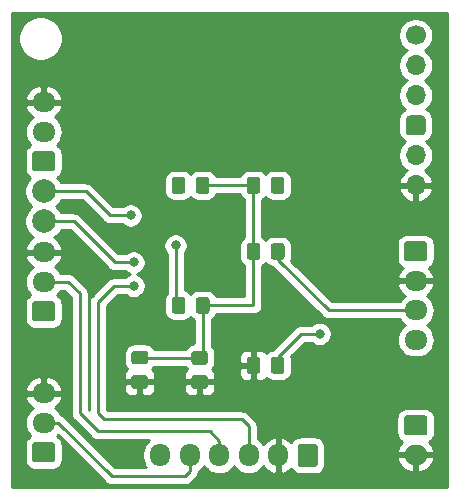
<source format=gbl>
G04 #@! TF.GenerationSoftware,KiCad,Pcbnew,5.1.5*
G04 #@! TF.CreationDate,2020-01-13T20:05:45+01:00*
G04 #@! TF.ProjectId,ESP8266_Uni,45535038-3236-4365-9f55-6e692e6b6963,rev?*
G04 #@! TF.SameCoordinates,Original*
G04 #@! TF.FileFunction,Copper,L2,Bot*
G04 #@! TF.FilePolarity,Positive*
%FSLAX46Y46*%
G04 Gerber Fmt 4.6, Leading zero omitted, Abs format (unit mm)*
G04 Created by KiCad (PCBNEW 5.1.5) date 2020-01-13 20:05:45*
%MOMM*%
%LPD*%
G04 APERTURE LIST*
%ADD10C,2.000000*%
%ADD11C,0.100000*%
%ADD12O,1.700000X1.950000*%
%ADD13O,2.000000X1.700000*%
%ADD14O,1.950000X1.700000*%
%ADD15C,1.700000*%
%ADD16O,1.700000X1.700000*%
%ADD17C,0.800000*%
%ADD18C,0.250000*%
%ADD19C,0.254000*%
G04 APERTURE END LIST*
D10*
X111252000Y-37592000D03*
X111252000Y-35052000D03*
G04 #@! TA.AperFunction,ComponentPad*
D11*
G36*
X134228504Y-56430204D02*
G01*
X134252773Y-56433804D01*
X134276571Y-56439765D01*
X134299671Y-56448030D01*
X134321849Y-56458520D01*
X134342893Y-56471133D01*
X134362598Y-56485747D01*
X134380777Y-56502223D01*
X134397253Y-56520402D01*
X134411867Y-56540107D01*
X134424480Y-56561151D01*
X134434970Y-56583329D01*
X134443235Y-56606429D01*
X134449196Y-56630227D01*
X134452796Y-56654496D01*
X134454000Y-56679000D01*
X134454000Y-58129000D01*
X134452796Y-58153504D01*
X134449196Y-58177773D01*
X134443235Y-58201571D01*
X134434970Y-58224671D01*
X134424480Y-58246849D01*
X134411867Y-58267893D01*
X134397253Y-58287598D01*
X134380777Y-58305777D01*
X134362598Y-58322253D01*
X134342893Y-58336867D01*
X134321849Y-58349480D01*
X134299671Y-58359970D01*
X134276571Y-58368235D01*
X134252773Y-58374196D01*
X134228504Y-58377796D01*
X134204000Y-58379000D01*
X133004000Y-58379000D01*
X132979496Y-58377796D01*
X132955227Y-58374196D01*
X132931429Y-58368235D01*
X132908329Y-58359970D01*
X132886151Y-58349480D01*
X132865107Y-58336867D01*
X132845402Y-58322253D01*
X132827223Y-58305777D01*
X132810747Y-58287598D01*
X132796133Y-58267893D01*
X132783520Y-58246849D01*
X132773030Y-58224671D01*
X132764765Y-58201571D01*
X132758804Y-58177773D01*
X132755204Y-58153504D01*
X132754000Y-58129000D01*
X132754000Y-56679000D01*
X132755204Y-56654496D01*
X132758804Y-56630227D01*
X132764765Y-56606429D01*
X132773030Y-56583329D01*
X132783520Y-56561151D01*
X132796133Y-56540107D01*
X132810747Y-56520402D01*
X132827223Y-56502223D01*
X132845402Y-56485747D01*
X132865107Y-56471133D01*
X132886151Y-56458520D01*
X132908329Y-56448030D01*
X132931429Y-56439765D01*
X132955227Y-56433804D01*
X132979496Y-56430204D01*
X133004000Y-56429000D01*
X134204000Y-56429000D01*
X134228504Y-56430204D01*
G37*
G04 #@! TD.AperFunction*
D12*
X131104000Y-57404000D03*
X128604000Y-57404000D03*
X126104000Y-57404000D03*
X123604000Y-57404000D03*
X121104000Y-57404000D03*
G04 #@! TA.AperFunction,ComponentPad*
D11*
G36*
X143522504Y-54015204D02*
G01*
X143546773Y-54018804D01*
X143570571Y-54024765D01*
X143593671Y-54033030D01*
X143615849Y-54043520D01*
X143636893Y-54056133D01*
X143656598Y-54070747D01*
X143674777Y-54087223D01*
X143691253Y-54105402D01*
X143705867Y-54125107D01*
X143718480Y-54146151D01*
X143728970Y-54168329D01*
X143737235Y-54191429D01*
X143743196Y-54215227D01*
X143746796Y-54239496D01*
X143748000Y-54264000D01*
X143748000Y-55464000D01*
X143746796Y-55488504D01*
X143743196Y-55512773D01*
X143737235Y-55536571D01*
X143728970Y-55559671D01*
X143718480Y-55581849D01*
X143705867Y-55602893D01*
X143691253Y-55622598D01*
X143674777Y-55640777D01*
X143656598Y-55657253D01*
X143636893Y-55671867D01*
X143615849Y-55684480D01*
X143593671Y-55694970D01*
X143570571Y-55703235D01*
X143546773Y-55709196D01*
X143522504Y-55712796D01*
X143498000Y-55714000D01*
X141998000Y-55714000D01*
X141973496Y-55712796D01*
X141949227Y-55709196D01*
X141925429Y-55703235D01*
X141902329Y-55694970D01*
X141880151Y-55684480D01*
X141859107Y-55671867D01*
X141839402Y-55657253D01*
X141821223Y-55640777D01*
X141804747Y-55622598D01*
X141790133Y-55602893D01*
X141777520Y-55581849D01*
X141767030Y-55559671D01*
X141758765Y-55536571D01*
X141752804Y-55512773D01*
X141749204Y-55488504D01*
X141748000Y-55464000D01*
X141748000Y-54264000D01*
X141749204Y-54239496D01*
X141752804Y-54215227D01*
X141758765Y-54191429D01*
X141767030Y-54168329D01*
X141777520Y-54146151D01*
X141790133Y-54125107D01*
X141804747Y-54105402D01*
X141821223Y-54087223D01*
X141839402Y-54070747D01*
X141859107Y-54056133D01*
X141880151Y-54043520D01*
X141902329Y-54033030D01*
X141925429Y-54024765D01*
X141949227Y-54018804D01*
X141973496Y-54015204D01*
X141998000Y-54014000D01*
X143498000Y-54014000D01*
X143522504Y-54015204D01*
G37*
G04 #@! TD.AperFunction*
D13*
X142748000Y-57364000D03*
G04 #@! TA.AperFunction,ComponentPad*
D11*
G36*
X143497504Y-39283204D02*
G01*
X143521773Y-39286804D01*
X143545571Y-39292765D01*
X143568671Y-39301030D01*
X143590849Y-39311520D01*
X143611893Y-39324133D01*
X143631598Y-39338747D01*
X143649777Y-39355223D01*
X143666253Y-39373402D01*
X143680867Y-39393107D01*
X143693480Y-39414151D01*
X143703970Y-39436329D01*
X143712235Y-39459429D01*
X143718196Y-39483227D01*
X143721796Y-39507496D01*
X143723000Y-39532000D01*
X143723000Y-40732000D01*
X143721796Y-40756504D01*
X143718196Y-40780773D01*
X143712235Y-40804571D01*
X143703970Y-40827671D01*
X143693480Y-40849849D01*
X143680867Y-40870893D01*
X143666253Y-40890598D01*
X143649777Y-40908777D01*
X143631598Y-40925253D01*
X143611893Y-40939867D01*
X143590849Y-40952480D01*
X143568671Y-40962970D01*
X143545571Y-40971235D01*
X143521773Y-40977196D01*
X143497504Y-40980796D01*
X143473000Y-40982000D01*
X142023000Y-40982000D01*
X141998496Y-40980796D01*
X141974227Y-40977196D01*
X141950429Y-40971235D01*
X141927329Y-40962970D01*
X141905151Y-40952480D01*
X141884107Y-40939867D01*
X141864402Y-40925253D01*
X141846223Y-40908777D01*
X141829747Y-40890598D01*
X141815133Y-40870893D01*
X141802520Y-40849849D01*
X141792030Y-40827671D01*
X141783765Y-40804571D01*
X141777804Y-40780773D01*
X141774204Y-40756504D01*
X141773000Y-40732000D01*
X141773000Y-39532000D01*
X141774204Y-39507496D01*
X141777804Y-39483227D01*
X141783765Y-39459429D01*
X141792030Y-39436329D01*
X141802520Y-39414151D01*
X141815133Y-39393107D01*
X141829747Y-39373402D01*
X141846223Y-39355223D01*
X141864402Y-39338747D01*
X141884107Y-39324133D01*
X141905151Y-39311520D01*
X141927329Y-39301030D01*
X141950429Y-39292765D01*
X141974227Y-39286804D01*
X141998496Y-39283204D01*
X142023000Y-39282000D01*
X143473000Y-39282000D01*
X143497504Y-39283204D01*
G37*
G04 #@! TD.AperFunction*
D14*
X142748000Y-42632000D03*
X142748000Y-45132000D03*
X142748000Y-47632000D03*
G04 #@! TA.AperFunction,ComponentPad*
D11*
G36*
X112001504Y-44363204D02*
G01*
X112025773Y-44366804D01*
X112049571Y-44372765D01*
X112072671Y-44381030D01*
X112094849Y-44391520D01*
X112115893Y-44404133D01*
X112135598Y-44418747D01*
X112153777Y-44435223D01*
X112170253Y-44453402D01*
X112184867Y-44473107D01*
X112197480Y-44494151D01*
X112207970Y-44516329D01*
X112216235Y-44539429D01*
X112222196Y-44563227D01*
X112225796Y-44587496D01*
X112227000Y-44612000D01*
X112227000Y-45812000D01*
X112225796Y-45836504D01*
X112222196Y-45860773D01*
X112216235Y-45884571D01*
X112207970Y-45907671D01*
X112197480Y-45929849D01*
X112184867Y-45950893D01*
X112170253Y-45970598D01*
X112153777Y-45988777D01*
X112135598Y-46005253D01*
X112115893Y-46019867D01*
X112094849Y-46032480D01*
X112072671Y-46042970D01*
X112049571Y-46051235D01*
X112025773Y-46057196D01*
X112001504Y-46060796D01*
X111977000Y-46062000D01*
X110527000Y-46062000D01*
X110502496Y-46060796D01*
X110478227Y-46057196D01*
X110454429Y-46051235D01*
X110431329Y-46042970D01*
X110409151Y-46032480D01*
X110388107Y-46019867D01*
X110368402Y-46005253D01*
X110350223Y-45988777D01*
X110333747Y-45970598D01*
X110319133Y-45950893D01*
X110306520Y-45929849D01*
X110296030Y-45907671D01*
X110287765Y-45884571D01*
X110281804Y-45860773D01*
X110278204Y-45836504D01*
X110277000Y-45812000D01*
X110277000Y-44612000D01*
X110278204Y-44587496D01*
X110281804Y-44563227D01*
X110287765Y-44539429D01*
X110296030Y-44516329D01*
X110306520Y-44494151D01*
X110319133Y-44473107D01*
X110333747Y-44453402D01*
X110350223Y-44435223D01*
X110368402Y-44418747D01*
X110388107Y-44404133D01*
X110409151Y-44391520D01*
X110431329Y-44381030D01*
X110454429Y-44372765D01*
X110478227Y-44366804D01*
X110502496Y-44363204D01*
X110527000Y-44362000D01*
X111977000Y-44362000D01*
X112001504Y-44363204D01*
G37*
G04 #@! TD.AperFunction*
D14*
X111252000Y-42712000D03*
X111252000Y-40212000D03*
X111252000Y-52150000D03*
X111252000Y-54650000D03*
G04 #@! TA.AperFunction,ComponentPad*
D11*
G36*
X112001504Y-56301204D02*
G01*
X112025773Y-56304804D01*
X112049571Y-56310765D01*
X112072671Y-56319030D01*
X112094849Y-56329520D01*
X112115893Y-56342133D01*
X112135598Y-56356747D01*
X112153777Y-56373223D01*
X112170253Y-56391402D01*
X112184867Y-56411107D01*
X112197480Y-56432151D01*
X112207970Y-56454329D01*
X112216235Y-56477429D01*
X112222196Y-56501227D01*
X112225796Y-56525496D01*
X112227000Y-56550000D01*
X112227000Y-57750000D01*
X112225796Y-57774504D01*
X112222196Y-57798773D01*
X112216235Y-57822571D01*
X112207970Y-57845671D01*
X112197480Y-57867849D01*
X112184867Y-57888893D01*
X112170253Y-57908598D01*
X112153777Y-57926777D01*
X112135598Y-57943253D01*
X112115893Y-57957867D01*
X112094849Y-57970480D01*
X112072671Y-57980970D01*
X112049571Y-57989235D01*
X112025773Y-57995196D01*
X112001504Y-57998796D01*
X111977000Y-58000000D01*
X110527000Y-58000000D01*
X110502496Y-57998796D01*
X110478227Y-57995196D01*
X110454429Y-57989235D01*
X110431329Y-57980970D01*
X110409151Y-57970480D01*
X110388107Y-57957867D01*
X110368402Y-57943253D01*
X110350223Y-57926777D01*
X110333747Y-57908598D01*
X110319133Y-57888893D01*
X110306520Y-57867849D01*
X110296030Y-57845671D01*
X110287765Y-57822571D01*
X110281804Y-57798773D01*
X110278204Y-57774504D01*
X110277000Y-57750000D01*
X110277000Y-56550000D01*
X110278204Y-56525496D01*
X110281804Y-56501227D01*
X110287765Y-56477429D01*
X110296030Y-56454329D01*
X110306520Y-56432151D01*
X110319133Y-56411107D01*
X110333747Y-56391402D01*
X110350223Y-56373223D01*
X110368402Y-56356747D01*
X110388107Y-56342133D01*
X110409151Y-56329520D01*
X110431329Y-56319030D01*
X110454429Y-56310765D01*
X110478227Y-56304804D01*
X110502496Y-56301204D01*
X110527000Y-56300000D01*
X111977000Y-56300000D01*
X112001504Y-56301204D01*
G37*
G04 #@! TD.AperFunction*
G04 #@! TA.AperFunction,ComponentPad*
G36*
X112001504Y-31663204D02*
G01*
X112025773Y-31666804D01*
X112049571Y-31672765D01*
X112072671Y-31681030D01*
X112094849Y-31691520D01*
X112115893Y-31704133D01*
X112135598Y-31718747D01*
X112153777Y-31735223D01*
X112170253Y-31753402D01*
X112184867Y-31773107D01*
X112197480Y-31794151D01*
X112207970Y-31816329D01*
X112216235Y-31839429D01*
X112222196Y-31863227D01*
X112225796Y-31887496D01*
X112227000Y-31912000D01*
X112227000Y-33112000D01*
X112225796Y-33136504D01*
X112222196Y-33160773D01*
X112216235Y-33184571D01*
X112207970Y-33207671D01*
X112197480Y-33229849D01*
X112184867Y-33250893D01*
X112170253Y-33270598D01*
X112153777Y-33288777D01*
X112135598Y-33305253D01*
X112115893Y-33319867D01*
X112094849Y-33332480D01*
X112072671Y-33342970D01*
X112049571Y-33351235D01*
X112025773Y-33357196D01*
X112001504Y-33360796D01*
X111977000Y-33362000D01*
X110527000Y-33362000D01*
X110502496Y-33360796D01*
X110478227Y-33357196D01*
X110454429Y-33351235D01*
X110431329Y-33342970D01*
X110409151Y-33332480D01*
X110388107Y-33319867D01*
X110368402Y-33305253D01*
X110350223Y-33288777D01*
X110333747Y-33270598D01*
X110319133Y-33250893D01*
X110306520Y-33229849D01*
X110296030Y-33207671D01*
X110287765Y-33184571D01*
X110281804Y-33160773D01*
X110278204Y-33136504D01*
X110277000Y-33112000D01*
X110277000Y-31912000D01*
X110278204Y-31887496D01*
X110281804Y-31863227D01*
X110287765Y-31839429D01*
X110296030Y-31816329D01*
X110306520Y-31794151D01*
X110319133Y-31773107D01*
X110333747Y-31753402D01*
X110350223Y-31735223D01*
X110368402Y-31718747D01*
X110388107Y-31704133D01*
X110409151Y-31691520D01*
X110431329Y-31681030D01*
X110454429Y-31672765D01*
X110478227Y-31666804D01*
X110502496Y-31663204D01*
X110527000Y-31662000D01*
X111977000Y-31662000D01*
X112001504Y-31663204D01*
G37*
G04 #@! TD.AperFunction*
D14*
X111252000Y-30012000D03*
X111252000Y-27512000D03*
G04 #@! TA.AperFunction,SMDPad,CuDef*
D11*
G36*
X123022505Y-44005204D02*
G01*
X123046773Y-44008804D01*
X123070572Y-44014765D01*
X123093671Y-44023030D01*
X123115850Y-44033520D01*
X123136893Y-44046132D01*
X123156599Y-44060747D01*
X123174777Y-44077223D01*
X123191253Y-44095401D01*
X123205868Y-44115107D01*
X123218480Y-44136150D01*
X123228970Y-44158329D01*
X123237235Y-44181428D01*
X123243196Y-44205227D01*
X123246796Y-44229495D01*
X123248000Y-44253999D01*
X123248000Y-45154001D01*
X123246796Y-45178505D01*
X123243196Y-45202773D01*
X123237235Y-45226572D01*
X123228970Y-45249671D01*
X123218480Y-45271850D01*
X123205868Y-45292893D01*
X123191253Y-45312599D01*
X123174777Y-45330777D01*
X123156599Y-45347253D01*
X123136893Y-45361868D01*
X123115850Y-45374480D01*
X123093671Y-45384970D01*
X123070572Y-45393235D01*
X123046773Y-45399196D01*
X123022505Y-45402796D01*
X122998001Y-45404000D01*
X122347999Y-45404000D01*
X122323495Y-45402796D01*
X122299227Y-45399196D01*
X122275428Y-45393235D01*
X122252329Y-45384970D01*
X122230150Y-45374480D01*
X122209107Y-45361868D01*
X122189401Y-45347253D01*
X122171223Y-45330777D01*
X122154747Y-45312599D01*
X122140132Y-45292893D01*
X122127520Y-45271850D01*
X122117030Y-45249671D01*
X122108765Y-45226572D01*
X122102804Y-45202773D01*
X122099204Y-45178505D01*
X122098000Y-45154001D01*
X122098000Y-44253999D01*
X122099204Y-44229495D01*
X122102804Y-44205227D01*
X122108765Y-44181428D01*
X122117030Y-44158329D01*
X122127520Y-44136150D01*
X122140132Y-44115107D01*
X122154747Y-44095401D01*
X122171223Y-44077223D01*
X122189401Y-44060747D01*
X122209107Y-44046132D01*
X122230150Y-44033520D01*
X122252329Y-44023030D01*
X122275428Y-44014765D01*
X122299227Y-44008804D01*
X122323495Y-44005204D01*
X122347999Y-44004000D01*
X122998001Y-44004000D01*
X123022505Y-44005204D01*
G37*
G04 #@! TD.AperFunction*
G04 #@! TA.AperFunction,SMDPad,CuDef*
G36*
X125072505Y-44005204D02*
G01*
X125096773Y-44008804D01*
X125120572Y-44014765D01*
X125143671Y-44023030D01*
X125165850Y-44033520D01*
X125186893Y-44046132D01*
X125206599Y-44060747D01*
X125224777Y-44077223D01*
X125241253Y-44095401D01*
X125255868Y-44115107D01*
X125268480Y-44136150D01*
X125278970Y-44158329D01*
X125287235Y-44181428D01*
X125293196Y-44205227D01*
X125296796Y-44229495D01*
X125298000Y-44253999D01*
X125298000Y-45154001D01*
X125296796Y-45178505D01*
X125293196Y-45202773D01*
X125287235Y-45226572D01*
X125278970Y-45249671D01*
X125268480Y-45271850D01*
X125255868Y-45292893D01*
X125241253Y-45312599D01*
X125224777Y-45330777D01*
X125206599Y-45347253D01*
X125186893Y-45361868D01*
X125165850Y-45374480D01*
X125143671Y-45384970D01*
X125120572Y-45393235D01*
X125096773Y-45399196D01*
X125072505Y-45402796D01*
X125048001Y-45404000D01*
X124397999Y-45404000D01*
X124373495Y-45402796D01*
X124349227Y-45399196D01*
X124325428Y-45393235D01*
X124302329Y-45384970D01*
X124280150Y-45374480D01*
X124259107Y-45361868D01*
X124239401Y-45347253D01*
X124221223Y-45330777D01*
X124204747Y-45312599D01*
X124190132Y-45292893D01*
X124177520Y-45271850D01*
X124167030Y-45249671D01*
X124158765Y-45226572D01*
X124152804Y-45202773D01*
X124149204Y-45178505D01*
X124148000Y-45154001D01*
X124148000Y-44253999D01*
X124149204Y-44229495D01*
X124152804Y-44205227D01*
X124158765Y-44181428D01*
X124167030Y-44158329D01*
X124177520Y-44136150D01*
X124190132Y-44115107D01*
X124204747Y-44095401D01*
X124221223Y-44077223D01*
X124239401Y-44060747D01*
X124259107Y-44046132D01*
X124280150Y-44033520D01*
X124302329Y-44023030D01*
X124325428Y-44014765D01*
X124349227Y-44008804D01*
X124373495Y-44005204D01*
X124397999Y-44004000D01*
X125048001Y-44004000D01*
X125072505Y-44005204D01*
G37*
G04 #@! TD.AperFunction*
G04 #@! TA.AperFunction,SMDPad,CuDef*
G36*
X129363505Y-49085204D02*
G01*
X129387773Y-49088804D01*
X129411572Y-49094765D01*
X129434671Y-49103030D01*
X129456850Y-49113520D01*
X129477893Y-49126132D01*
X129497599Y-49140747D01*
X129515777Y-49157223D01*
X129532253Y-49175401D01*
X129546868Y-49195107D01*
X129559480Y-49216150D01*
X129569970Y-49238329D01*
X129578235Y-49261428D01*
X129584196Y-49285227D01*
X129587796Y-49309495D01*
X129589000Y-49333999D01*
X129589000Y-50234001D01*
X129587796Y-50258505D01*
X129584196Y-50282773D01*
X129578235Y-50306572D01*
X129569970Y-50329671D01*
X129559480Y-50351850D01*
X129546868Y-50372893D01*
X129532253Y-50392599D01*
X129515777Y-50410777D01*
X129497599Y-50427253D01*
X129477893Y-50441868D01*
X129456850Y-50454480D01*
X129434671Y-50464970D01*
X129411572Y-50473235D01*
X129387773Y-50479196D01*
X129363505Y-50482796D01*
X129339001Y-50484000D01*
X128688999Y-50484000D01*
X128664495Y-50482796D01*
X128640227Y-50479196D01*
X128616428Y-50473235D01*
X128593329Y-50464970D01*
X128571150Y-50454480D01*
X128550107Y-50441868D01*
X128530401Y-50427253D01*
X128512223Y-50410777D01*
X128495747Y-50392599D01*
X128481132Y-50372893D01*
X128468520Y-50351850D01*
X128458030Y-50329671D01*
X128449765Y-50306572D01*
X128443804Y-50282773D01*
X128440204Y-50258505D01*
X128439000Y-50234001D01*
X128439000Y-49333999D01*
X128440204Y-49309495D01*
X128443804Y-49285227D01*
X128449765Y-49261428D01*
X128458030Y-49238329D01*
X128468520Y-49216150D01*
X128481132Y-49195107D01*
X128495747Y-49175401D01*
X128512223Y-49157223D01*
X128530401Y-49140747D01*
X128550107Y-49126132D01*
X128571150Y-49113520D01*
X128593329Y-49103030D01*
X128616428Y-49094765D01*
X128640227Y-49088804D01*
X128664495Y-49085204D01*
X128688999Y-49084000D01*
X129339001Y-49084000D01*
X129363505Y-49085204D01*
G37*
G04 #@! TD.AperFunction*
G04 #@! TA.AperFunction,SMDPad,CuDef*
G36*
X131413505Y-49085204D02*
G01*
X131437773Y-49088804D01*
X131461572Y-49094765D01*
X131484671Y-49103030D01*
X131506850Y-49113520D01*
X131527893Y-49126132D01*
X131547599Y-49140747D01*
X131565777Y-49157223D01*
X131582253Y-49175401D01*
X131596868Y-49195107D01*
X131609480Y-49216150D01*
X131619970Y-49238329D01*
X131628235Y-49261428D01*
X131634196Y-49285227D01*
X131637796Y-49309495D01*
X131639000Y-49333999D01*
X131639000Y-50234001D01*
X131637796Y-50258505D01*
X131634196Y-50282773D01*
X131628235Y-50306572D01*
X131619970Y-50329671D01*
X131609480Y-50351850D01*
X131596868Y-50372893D01*
X131582253Y-50392599D01*
X131565777Y-50410777D01*
X131547599Y-50427253D01*
X131527893Y-50441868D01*
X131506850Y-50454480D01*
X131484671Y-50464970D01*
X131461572Y-50473235D01*
X131437773Y-50479196D01*
X131413505Y-50482796D01*
X131389001Y-50484000D01*
X130738999Y-50484000D01*
X130714495Y-50482796D01*
X130690227Y-50479196D01*
X130666428Y-50473235D01*
X130643329Y-50464970D01*
X130621150Y-50454480D01*
X130600107Y-50441868D01*
X130580401Y-50427253D01*
X130562223Y-50410777D01*
X130545747Y-50392599D01*
X130531132Y-50372893D01*
X130518520Y-50351850D01*
X130508030Y-50329671D01*
X130499765Y-50306572D01*
X130493804Y-50282773D01*
X130490204Y-50258505D01*
X130489000Y-50234001D01*
X130489000Y-49333999D01*
X130490204Y-49309495D01*
X130493804Y-49285227D01*
X130499765Y-49261428D01*
X130508030Y-49238329D01*
X130518520Y-49216150D01*
X130531132Y-49195107D01*
X130545747Y-49175401D01*
X130562223Y-49157223D01*
X130580401Y-49140747D01*
X130600107Y-49126132D01*
X130621150Y-49113520D01*
X130643329Y-49103030D01*
X130666428Y-49094765D01*
X130690227Y-49088804D01*
X130714495Y-49085204D01*
X130738999Y-49084000D01*
X131389001Y-49084000D01*
X131413505Y-49085204D01*
G37*
G04 #@! TD.AperFunction*
G04 #@! TA.AperFunction,SMDPad,CuDef*
G36*
X131413505Y-33845204D02*
G01*
X131437773Y-33848804D01*
X131461572Y-33854765D01*
X131484671Y-33863030D01*
X131506850Y-33873520D01*
X131527893Y-33886132D01*
X131547599Y-33900747D01*
X131565777Y-33917223D01*
X131582253Y-33935401D01*
X131596868Y-33955107D01*
X131609480Y-33976150D01*
X131619970Y-33998329D01*
X131628235Y-34021428D01*
X131634196Y-34045227D01*
X131637796Y-34069495D01*
X131639000Y-34093999D01*
X131639000Y-34994001D01*
X131637796Y-35018505D01*
X131634196Y-35042773D01*
X131628235Y-35066572D01*
X131619970Y-35089671D01*
X131609480Y-35111850D01*
X131596868Y-35132893D01*
X131582253Y-35152599D01*
X131565777Y-35170777D01*
X131547599Y-35187253D01*
X131527893Y-35201868D01*
X131506850Y-35214480D01*
X131484671Y-35224970D01*
X131461572Y-35233235D01*
X131437773Y-35239196D01*
X131413505Y-35242796D01*
X131389001Y-35244000D01*
X130738999Y-35244000D01*
X130714495Y-35242796D01*
X130690227Y-35239196D01*
X130666428Y-35233235D01*
X130643329Y-35224970D01*
X130621150Y-35214480D01*
X130600107Y-35201868D01*
X130580401Y-35187253D01*
X130562223Y-35170777D01*
X130545747Y-35152599D01*
X130531132Y-35132893D01*
X130518520Y-35111850D01*
X130508030Y-35089671D01*
X130499765Y-35066572D01*
X130493804Y-35042773D01*
X130490204Y-35018505D01*
X130489000Y-34994001D01*
X130489000Y-34093999D01*
X130490204Y-34069495D01*
X130493804Y-34045227D01*
X130499765Y-34021428D01*
X130508030Y-33998329D01*
X130518520Y-33976150D01*
X130531132Y-33955107D01*
X130545747Y-33935401D01*
X130562223Y-33917223D01*
X130580401Y-33900747D01*
X130600107Y-33886132D01*
X130621150Y-33873520D01*
X130643329Y-33863030D01*
X130666428Y-33854765D01*
X130690227Y-33848804D01*
X130714495Y-33845204D01*
X130738999Y-33844000D01*
X131389001Y-33844000D01*
X131413505Y-33845204D01*
G37*
G04 #@! TD.AperFunction*
G04 #@! TA.AperFunction,SMDPad,CuDef*
G36*
X129363505Y-33845204D02*
G01*
X129387773Y-33848804D01*
X129411572Y-33854765D01*
X129434671Y-33863030D01*
X129456850Y-33873520D01*
X129477893Y-33886132D01*
X129497599Y-33900747D01*
X129515777Y-33917223D01*
X129532253Y-33935401D01*
X129546868Y-33955107D01*
X129559480Y-33976150D01*
X129569970Y-33998329D01*
X129578235Y-34021428D01*
X129584196Y-34045227D01*
X129587796Y-34069495D01*
X129589000Y-34093999D01*
X129589000Y-34994001D01*
X129587796Y-35018505D01*
X129584196Y-35042773D01*
X129578235Y-35066572D01*
X129569970Y-35089671D01*
X129559480Y-35111850D01*
X129546868Y-35132893D01*
X129532253Y-35152599D01*
X129515777Y-35170777D01*
X129497599Y-35187253D01*
X129477893Y-35201868D01*
X129456850Y-35214480D01*
X129434671Y-35224970D01*
X129411572Y-35233235D01*
X129387773Y-35239196D01*
X129363505Y-35242796D01*
X129339001Y-35244000D01*
X128688999Y-35244000D01*
X128664495Y-35242796D01*
X128640227Y-35239196D01*
X128616428Y-35233235D01*
X128593329Y-35224970D01*
X128571150Y-35214480D01*
X128550107Y-35201868D01*
X128530401Y-35187253D01*
X128512223Y-35170777D01*
X128495747Y-35152599D01*
X128481132Y-35132893D01*
X128468520Y-35111850D01*
X128458030Y-35089671D01*
X128449765Y-35066572D01*
X128443804Y-35042773D01*
X128440204Y-35018505D01*
X128439000Y-34994001D01*
X128439000Y-34093999D01*
X128440204Y-34069495D01*
X128443804Y-34045227D01*
X128449765Y-34021428D01*
X128458030Y-33998329D01*
X128468520Y-33976150D01*
X128481132Y-33955107D01*
X128495747Y-33935401D01*
X128512223Y-33917223D01*
X128530401Y-33900747D01*
X128550107Y-33886132D01*
X128571150Y-33873520D01*
X128593329Y-33863030D01*
X128616428Y-33854765D01*
X128640227Y-33848804D01*
X128664495Y-33845204D01*
X128688999Y-33844000D01*
X129339001Y-33844000D01*
X129363505Y-33845204D01*
G37*
G04 #@! TD.AperFunction*
G04 #@! TA.AperFunction,SMDPad,CuDef*
G36*
X129372505Y-39433204D02*
G01*
X129396773Y-39436804D01*
X129420572Y-39442765D01*
X129443671Y-39451030D01*
X129465850Y-39461520D01*
X129486893Y-39474132D01*
X129506599Y-39488747D01*
X129524777Y-39505223D01*
X129541253Y-39523401D01*
X129555868Y-39543107D01*
X129568480Y-39564150D01*
X129578970Y-39586329D01*
X129587235Y-39609428D01*
X129593196Y-39633227D01*
X129596796Y-39657495D01*
X129598000Y-39681999D01*
X129598000Y-40582001D01*
X129596796Y-40606505D01*
X129593196Y-40630773D01*
X129587235Y-40654572D01*
X129578970Y-40677671D01*
X129568480Y-40699850D01*
X129555868Y-40720893D01*
X129541253Y-40740599D01*
X129524777Y-40758777D01*
X129506599Y-40775253D01*
X129486893Y-40789868D01*
X129465850Y-40802480D01*
X129443671Y-40812970D01*
X129420572Y-40821235D01*
X129396773Y-40827196D01*
X129372505Y-40830796D01*
X129348001Y-40832000D01*
X128697999Y-40832000D01*
X128673495Y-40830796D01*
X128649227Y-40827196D01*
X128625428Y-40821235D01*
X128602329Y-40812970D01*
X128580150Y-40802480D01*
X128559107Y-40789868D01*
X128539401Y-40775253D01*
X128521223Y-40758777D01*
X128504747Y-40740599D01*
X128490132Y-40720893D01*
X128477520Y-40699850D01*
X128467030Y-40677671D01*
X128458765Y-40654572D01*
X128452804Y-40630773D01*
X128449204Y-40606505D01*
X128448000Y-40582001D01*
X128448000Y-39681999D01*
X128449204Y-39657495D01*
X128452804Y-39633227D01*
X128458765Y-39609428D01*
X128467030Y-39586329D01*
X128477520Y-39564150D01*
X128490132Y-39543107D01*
X128504747Y-39523401D01*
X128521223Y-39505223D01*
X128539401Y-39488747D01*
X128559107Y-39474132D01*
X128580150Y-39461520D01*
X128602329Y-39451030D01*
X128625428Y-39442765D01*
X128649227Y-39436804D01*
X128673495Y-39433204D01*
X128697999Y-39432000D01*
X129348001Y-39432000D01*
X129372505Y-39433204D01*
G37*
G04 #@! TD.AperFunction*
G04 #@! TA.AperFunction,SMDPad,CuDef*
G36*
X131422505Y-39433204D02*
G01*
X131446773Y-39436804D01*
X131470572Y-39442765D01*
X131493671Y-39451030D01*
X131515850Y-39461520D01*
X131536893Y-39474132D01*
X131556599Y-39488747D01*
X131574777Y-39505223D01*
X131591253Y-39523401D01*
X131605868Y-39543107D01*
X131618480Y-39564150D01*
X131628970Y-39586329D01*
X131637235Y-39609428D01*
X131643196Y-39633227D01*
X131646796Y-39657495D01*
X131648000Y-39681999D01*
X131648000Y-40582001D01*
X131646796Y-40606505D01*
X131643196Y-40630773D01*
X131637235Y-40654572D01*
X131628970Y-40677671D01*
X131618480Y-40699850D01*
X131605868Y-40720893D01*
X131591253Y-40740599D01*
X131574777Y-40758777D01*
X131556599Y-40775253D01*
X131536893Y-40789868D01*
X131515850Y-40802480D01*
X131493671Y-40812970D01*
X131470572Y-40821235D01*
X131446773Y-40827196D01*
X131422505Y-40830796D01*
X131398001Y-40832000D01*
X130747999Y-40832000D01*
X130723495Y-40830796D01*
X130699227Y-40827196D01*
X130675428Y-40821235D01*
X130652329Y-40812970D01*
X130630150Y-40802480D01*
X130609107Y-40789868D01*
X130589401Y-40775253D01*
X130571223Y-40758777D01*
X130554747Y-40740599D01*
X130540132Y-40720893D01*
X130527520Y-40699850D01*
X130517030Y-40677671D01*
X130508765Y-40654572D01*
X130502804Y-40630773D01*
X130499204Y-40606505D01*
X130498000Y-40582001D01*
X130498000Y-39681999D01*
X130499204Y-39657495D01*
X130502804Y-39633227D01*
X130508765Y-39609428D01*
X130517030Y-39586329D01*
X130527520Y-39564150D01*
X130540132Y-39543107D01*
X130554747Y-39523401D01*
X130571223Y-39505223D01*
X130589401Y-39488747D01*
X130609107Y-39474132D01*
X130630150Y-39461520D01*
X130652329Y-39451030D01*
X130675428Y-39442765D01*
X130699227Y-39436804D01*
X130723495Y-39433204D01*
X130747999Y-39432000D01*
X131398001Y-39432000D01*
X131422505Y-39433204D01*
G37*
G04 #@! TD.AperFunction*
D15*
X142748000Y-21844000D03*
D16*
X142748000Y-24384000D03*
X142748000Y-26924000D03*
G04 #@! TA.AperFunction,ComponentPad*
D11*
G36*
X143214657Y-28616046D02*
G01*
X143255913Y-28622166D01*
X143296371Y-28632300D01*
X143335640Y-28646351D01*
X143373344Y-28664183D01*
X143409117Y-28685625D01*
X143442617Y-28710471D01*
X143473520Y-28738480D01*
X143501529Y-28769383D01*
X143526375Y-28802883D01*
X143547817Y-28838656D01*
X143565649Y-28876360D01*
X143579700Y-28915629D01*
X143589834Y-28956087D01*
X143595954Y-28997343D01*
X143598000Y-29039000D01*
X143598000Y-29889000D01*
X143595954Y-29930657D01*
X143589834Y-29971913D01*
X143579700Y-30012371D01*
X143565649Y-30051640D01*
X143547817Y-30089344D01*
X143526375Y-30125117D01*
X143501529Y-30158617D01*
X143473520Y-30189520D01*
X143442617Y-30217529D01*
X143409117Y-30242375D01*
X143373344Y-30263817D01*
X143335640Y-30281649D01*
X143296371Y-30295700D01*
X143255913Y-30305834D01*
X143214657Y-30311954D01*
X143173000Y-30314000D01*
X142323000Y-30314000D01*
X142281343Y-30311954D01*
X142240087Y-30305834D01*
X142199629Y-30295700D01*
X142160360Y-30281649D01*
X142122656Y-30263817D01*
X142086883Y-30242375D01*
X142053383Y-30217529D01*
X142022480Y-30189520D01*
X141994471Y-30158617D01*
X141969625Y-30125117D01*
X141948183Y-30089344D01*
X141930351Y-30051640D01*
X141916300Y-30012371D01*
X141906166Y-29971913D01*
X141900046Y-29930657D01*
X141898000Y-29889000D01*
X141898000Y-29039000D01*
X141900046Y-28997343D01*
X141906166Y-28956087D01*
X141916300Y-28915629D01*
X141930351Y-28876360D01*
X141948183Y-28838656D01*
X141969625Y-28802883D01*
X141994471Y-28769383D01*
X142022480Y-28738480D01*
X142053383Y-28710471D01*
X142086883Y-28685625D01*
X142122656Y-28664183D01*
X142160360Y-28646351D01*
X142199629Y-28632300D01*
X142240087Y-28622166D01*
X142281343Y-28616046D01*
X142323000Y-28614000D01*
X143173000Y-28614000D01*
X143214657Y-28616046D01*
G37*
G04 #@! TD.AperFunction*
D16*
X142748000Y-32004000D03*
X142748000Y-34544000D03*
G04 #@! TA.AperFunction,SMDPad,CuDef*
D11*
G36*
X124934505Y-50616204D02*
G01*
X124958773Y-50619804D01*
X124982572Y-50625765D01*
X125005671Y-50634030D01*
X125027850Y-50644520D01*
X125048893Y-50657132D01*
X125068599Y-50671747D01*
X125086777Y-50688223D01*
X125103253Y-50706401D01*
X125117868Y-50726107D01*
X125130480Y-50747150D01*
X125140970Y-50769329D01*
X125149235Y-50792428D01*
X125155196Y-50816227D01*
X125158796Y-50840495D01*
X125160000Y-50864999D01*
X125160000Y-51515001D01*
X125158796Y-51539505D01*
X125155196Y-51563773D01*
X125149235Y-51587572D01*
X125140970Y-51610671D01*
X125130480Y-51632850D01*
X125117868Y-51653893D01*
X125103253Y-51673599D01*
X125086777Y-51691777D01*
X125068599Y-51708253D01*
X125048893Y-51722868D01*
X125027850Y-51735480D01*
X125005671Y-51745970D01*
X124982572Y-51754235D01*
X124958773Y-51760196D01*
X124934505Y-51763796D01*
X124910001Y-51765000D01*
X124009999Y-51765000D01*
X123985495Y-51763796D01*
X123961227Y-51760196D01*
X123937428Y-51754235D01*
X123914329Y-51745970D01*
X123892150Y-51735480D01*
X123871107Y-51722868D01*
X123851401Y-51708253D01*
X123833223Y-51691777D01*
X123816747Y-51673599D01*
X123802132Y-51653893D01*
X123789520Y-51632850D01*
X123779030Y-51610671D01*
X123770765Y-51587572D01*
X123764804Y-51563773D01*
X123761204Y-51539505D01*
X123760000Y-51515001D01*
X123760000Y-50864999D01*
X123761204Y-50840495D01*
X123764804Y-50816227D01*
X123770765Y-50792428D01*
X123779030Y-50769329D01*
X123789520Y-50747150D01*
X123802132Y-50726107D01*
X123816747Y-50706401D01*
X123833223Y-50688223D01*
X123851401Y-50671747D01*
X123871107Y-50657132D01*
X123892150Y-50644520D01*
X123914329Y-50634030D01*
X123937428Y-50625765D01*
X123961227Y-50619804D01*
X123985495Y-50616204D01*
X124009999Y-50615000D01*
X124910001Y-50615000D01*
X124934505Y-50616204D01*
G37*
G04 #@! TD.AperFunction*
G04 #@! TA.AperFunction,SMDPad,CuDef*
G36*
X124934505Y-48566204D02*
G01*
X124958773Y-48569804D01*
X124982572Y-48575765D01*
X125005671Y-48584030D01*
X125027850Y-48594520D01*
X125048893Y-48607132D01*
X125068599Y-48621747D01*
X125086777Y-48638223D01*
X125103253Y-48656401D01*
X125117868Y-48676107D01*
X125130480Y-48697150D01*
X125140970Y-48719329D01*
X125149235Y-48742428D01*
X125155196Y-48766227D01*
X125158796Y-48790495D01*
X125160000Y-48814999D01*
X125160000Y-49465001D01*
X125158796Y-49489505D01*
X125155196Y-49513773D01*
X125149235Y-49537572D01*
X125140970Y-49560671D01*
X125130480Y-49582850D01*
X125117868Y-49603893D01*
X125103253Y-49623599D01*
X125086777Y-49641777D01*
X125068599Y-49658253D01*
X125048893Y-49672868D01*
X125027850Y-49685480D01*
X125005671Y-49695970D01*
X124982572Y-49704235D01*
X124958773Y-49710196D01*
X124934505Y-49713796D01*
X124910001Y-49715000D01*
X124009999Y-49715000D01*
X123985495Y-49713796D01*
X123961227Y-49710196D01*
X123937428Y-49704235D01*
X123914329Y-49695970D01*
X123892150Y-49685480D01*
X123871107Y-49672868D01*
X123851401Y-49658253D01*
X123833223Y-49641777D01*
X123816747Y-49623599D01*
X123802132Y-49603893D01*
X123789520Y-49582850D01*
X123779030Y-49560671D01*
X123770765Y-49537572D01*
X123764804Y-49513773D01*
X123761204Y-49489505D01*
X123760000Y-49465001D01*
X123760000Y-48814999D01*
X123761204Y-48790495D01*
X123764804Y-48766227D01*
X123770765Y-48742428D01*
X123779030Y-48719329D01*
X123789520Y-48697150D01*
X123802132Y-48676107D01*
X123816747Y-48656401D01*
X123833223Y-48638223D01*
X123851401Y-48621747D01*
X123871107Y-48607132D01*
X123892150Y-48594520D01*
X123914329Y-48584030D01*
X123937428Y-48575765D01*
X123961227Y-48569804D01*
X123985495Y-48566204D01*
X124009999Y-48565000D01*
X124910001Y-48565000D01*
X124934505Y-48566204D01*
G37*
G04 #@! TD.AperFunction*
G04 #@! TA.AperFunction,SMDPad,CuDef*
G36*
X119854505Y-48557204D02*
G01*
X119878773Y-48560804D01*
X119902572Y-48566765D01*
X119925671Y-48575030D01*
X119947850Y-48585520D01*
X119968893Y-48598132D01*
X119988599Y-48612747D01*
X120006777Y-48629223D01*
X120023253Y-48647401D01*
X120037868Y-48667107D01*
X120050480Y-48688150D01*
X120060970Y-48710329D01*
X120069235Y-48733428D01*
X120075196Y-48757227D01*
X120078796Y-48781495D01*
X120080000Y-48805999D01*
X120080000Y-49456001D01*
X120078796Y-49480505D01*
X120075196Y-49504773D01*
X120069235Y-49528572D01*
X120060970Y-49551671D01*
X120050480Y-49573850D01*
X120037868Y-49594893D01*
X120023253Y-49614599D01*
X120006777Y-49632777D01*
X119988599Y-49649253D01*
X119968893Y-49663868D01*
X119947850Y-49676480D01*
X119925671Y-49686970D01*
X119902572Y-49695235D01*
X119878773Y-49701196D01*
X119854505Y-49704796D01*
X119830001Y-49706000D01*
X118929999Y-49706000D01*
X118905495Y-49704796D01*
X118881227Y-49701196D01*
X118857428Y-49695235D01*
X118834329Y-49686970D01*
X118812150Y-49676480D01*
X118791107Y-49663868D01*
X118771401Y-49649253D01*
X118753223Y-49632777D01*
X118736747Y-49614599D01*
X118722132Y-49594893D01*
X118709520Y-49573850D01*
X118699030Y-49551671D01*
X118690765Y-49528572D01*
X118684804Y-49504773D01*
X118681204Y-49480505D01*
X118680000Y-49456001D01*
X118680000Y-48805999D01*
X118681204Y-48781495D01*
X118684804Y-48757227D01*
X118690765Y-48733428D01*
X118699030Y-48710329D01*
X118709520Y-48688150D01*
X118722132Y-48667107D01*
X118736747Y-48647401D01*
X118753223Y-48629223D01*
X118771401Y-48612747D01*
X118791107Y-48598132D01*
X118812150Y-48585520D01*
X118834329Y-48575030D01*
X118857428Y-48566765D01*
X118881227Y-48560804D01*
X118905495Y-48557204D01*
X118929999Y-48556000D01*
X119830001Y-48556000D01*
X119854505Y-48557204D01*
G37*
G04 #@! TD.AperFunction*
G04 #@! TA.AperFunction,SMDPad,CuDef*
G36*
X119854505Y-50607204D02*
G01*
X119878773Y-50610804D01*
X119902572Y-50616765D01*
X119925671Y-50625030D01*
X119947850Y-50635520D01*
X119968893Y-50648132D01*
X119988599Y-50662747D01*
X120006777Y-50679223D01*
X120023253Y-50697401D01*
X120037868Y-50717107D01*
X120050480Y-50738150D01*
X120060970Y-50760329D01*
X120069235Y-50783428D01*
X120075196Y-50807227D01*
X120078796Y-50831495D01*
X120080000Y-50855999D01*
X120080000Y-51506001D01*
X120078796Y-51530505D01*
X120075196Y-51554773D01*
X120069235Y-51578572D01*
X120060970Y-51601671D01*
X120050480Y-51623850D01*
X120037868Y-51644893D01*
X120023253Y-51664599D01*
X120006777Y-51682777D01*
X119988599Y-51699253D01*
X119968893Y-51713868D01*
X119947850Y-51726480D01*
X119925671Y-51736970D01*
X119902572Y-51745235D01*
X119878773Y-51751196D01*
X119854505Y-51754796D01*
X119830001Y-51756000D01*
X118929999Y-51756000D01*
X118905495Y-51754796D01*
X118881227Y-51751196D01*
X118857428Y-51745235D01*
X118834329Y-51736970D01*
X118812150Y-51726480D01*
X118791107Y-51713868D01*
X118771401Y-51699253D01*
X118753223Y-51682777D01*
X118736747Y-51664599D01*
X118722132Y-51644893D01*
X118709520Y-51623850D01*
X118699030Y-51601671D01*
X118690765Y-51578572D01*
X118684804Y-51554773D01*
X118681204Y-51530505D01*
X118680000Y-51506001D01*
X118680000Y-50855999D01*
X118681204Y-50831495D01*
X118684804Y-50807227D01*
X118690765Y-50783428D01*
X118699030Y-50760329D01*
X118709520Y-50738150D01*
X118722132Y-50717107D01*
X118736747Y-50697401D01*
X118753223Y-50679223D01*
X118771401Y-50662747D01*
X118791107Y-50648132D01*
X118812150Y-50635520D01*
X118834329Y-50625030D01*
X118857428Y-50616765D01*
X118881227Y-50610804D01*
X118905495Y-50607204D01*
X118929999Y-50606000D01*
X119830001Y-50606000D01*
X119854505Y-50607204D01*
G37*
G04 #@! TD.AperFunction*
G04 #@! TA.AperFunction,SMDPad,CuDef*
G36*
X125063505Y-33845204D02*
G01*
X125087773Y-33848804D01*
X125111572Y-33854765D01*
X125134671Y-33863030D01*
X125156850Y-33873520D01*
X125177893Y-33886132D01*
X125197599Y-33900747D01*
X125215777Y-33917223D01*
X125232253Y-33935401D01*
X125246868Y-33955107D01*
X125259480Y-33976150D01*
X125269970Y-33998329D01*
X125278235Y-34021428D01*
X125284196Y-34045227D01*
X125287796Y-34069495D01*
X125289000Y-34093999D01*
X125289000Y-34994001D01*
X125287796Y-35018505D01*
X125284196Y-35042773D01*
X125278235Y-35066572D01*
X125269970Y-35089671D01*
X125259480Y-35111850D01*
X125246868Y-35132893D01*
X125232253Y-35152599D01*
X125215777Y-35170777D01*
X125197599Y-35187253D01*
X125177893Y-35201868D01*
X125156850Y-35214480D01*
X125134671Y-35224970D01*
X125111572Y-35233235D01*
X125087773Y-35239196D01*
X125063505Y-35242796D01*
X125039001Y-35244000D01*
X124388999Y-35244000D01*
X124364495Y-35242796D01*
X124340227Y-35239196D01*
X124316428Y-35233235D01*
X124293329Y-35224970D01*
X124271150Y-35214480D01*
X124250107Y-35201868D01*
X124230401Y-35187253D01*
X124212223Y-35170777D01*
X124195747Y-35152599D01*
X124181132Y-35132893D01*
X124168520Y-35111850D01*
X124158030Y-35089671D01*
X124149765Y-35066572D01*
X124143804Y-35042773D01*
X124140204Y-35018505D01*
X124139000Y-34994001D01*
X124139000Y-34093999D01*
X124140204Y-34069495D01*
X124143804Y-34045227D01*
X124149765Y-34021428D01*
X124158030Y-33998329D01*
X124168520Y-33976150D01*
X124181132Y-33955107D01*
X124195747Y-33935401D01*
X124212223Y-33917223D01*
X124230401Y-33900747D01*
X124250107Y-33886132D01*
X124271150Y-33873520D01*
X124293329Y-33863030D01*
X124316428Y-33854765D01*
X124340227Y-33848804D01*
X124364495Y-33845204D01*
X124388999Y-33844000D01*
X125039001Y-33844000D01*
X125063505Y-33845204D01*
G37*
G04 #@! TD.AperFunction*
G04 #@! TA.AperFunction,SMDPad,CuDef*
G36*
X123013505Y-33845204D02*
G01*
X123037773Y-33848804D01*
X123061572Y-33854765D01*
X123084671Y-33863030D01*
X123106850Y-33873520D01*
X123127893Y-33886132D01*
X123147599Y-33900747D01*
X123165777Y-33917223D01*
X123182253Y-33935401D01*
X123196868Y-33955107D01*
X123209480Y-33976150D01*
X123219970Y-33998329D01*
X123228235Y-34021428D01*
X123234196Y-34045227D01*
X123237796Y-34069495D01*
X123239000Y-34093999D01*
X123239000Y-34994001D01*
X123237796Y-35018505D01*
X123234196Y-35042773D01*
X123228235Y-35066572D01*
X123219970Y-35089671D01*
X123209480Y-35111850D01*
X123196868Y-35132893D01*
X123182253Y-35152599D01*
X123165777Y-35170777D01*
X123147599Y-35187253D01*
X123127893Y-35201868D01*
X123106850Y-35214480D01*
X123084671Y-35224970D01*
X123061572Y-35233235D01*
X123037773Y-35239196D01*
X123013505Y-35242796D01*
X122989001Y-35244000D01*
X122338999Y-35244000D01*
X122314495Y-35242796D01*
X122290227Y-35239196D01*
X122266428Y-35233235D01*
X122243329Y-35224970D01*
X122221150Y-35214480D01*
X122200107Y-35201868D01*
X122180401Y-35187253D01*
X122162223Y-35170777D01*
X122145747Y-35152599D01*
X122131132Y-35132893D01*
X122118520Y-35111850D01*
X122108030Y-35089671D01*
X122099765Y-35066572D01*
X122093804Y-35042773D01*
X122090204Y-35018505D01*
X122089000Y-34994001D01*
X122089000Y-34093999D01*
X122090204Y-34069495D01*
X122093804Y-34045227D01*
X122099765Y-34021428D01*
X122108030Y-33998329D01*
X122118520Y-33976150D01*
X122131132Y-33955107D01*
X122145747Y-33935401D01*
X122162223Y-33917223D01*
X122180401Y-33900747D01*
X122200107Y-33886132D01*
X122221150Y-33873520D01*
X122243329Y-33863030D01*
X122266428Y-33854765D01*
X122290227Y-33848804D01*
X122314495Y-33845204D01*
X122338999Y-33844000D01*
X122989001Y-33844000D01*
X123013505Y-33845204D01*
G37*
G04 #@! TD.AperFunction*
D17*
X122428000Y-39624000D03*
X124714000Y-44704000D03*
X119380000Y-49131000D03*
X122682000Y-34544000D03*
X134620000Y-49022000D03*
X129286000Y-22098000D03*
X125476000Y-22098000D03*
X131064000Y-34544000D03*
X134620000Y-47117000D03*
X118872000Y-43053000D03*
X118618000Y-37084000D03*
X118872000Y-41061614D03*
D18*
X122419000Y-44441000D02*
X122682000Y-44704000D01*
X122428000Y-39878000D02*
X122419000Y-44441000D01*
X129014000Y-44004000D02*
X129014000Y-39624000D01*
X129014000Y-44704000D02*
X129014000Y-44004000D01*
X129014000Y-39624000D02*
X129014000Y-34544000D01*
X124714000Y-44704000D02*
X129014000Y-44704000D01*
X124723000Y-48877000D02*
X124460000Y-49140000D01*
X124451000Y-49131000D02*
X124460000Y-49140000D01*
X119380000Y-49131000D02*
X119380000Y-49131000D01*
X129014000Y-34544000D02*
X128439000Y-34544000D01*
X127000000Y-34544000D02*
X129014000Y-34544000D01*
X127000000Y-34544000D02*
X124714000Y-34544000D01*
X127169000Y-34544000D02*
X127000000Y-34544000D01*
X124723000Y-48886000D02*
X124460000Y-49149000D01*
X124723000Y-44704000D02*
X124723000Y-48886000D01*
X119380000Y-49131000D02*
X124451000Y-49131000D01*
X140636000Y-45132000D02*
X142748000Y-45132000D01*
X141523000Y-45132000D02*
X142748000Y-45132000D01*
X135373000Y-45132000D02*
X141523000Y-45132000D01*
X131073000Y-40832000D02*
X135373000Y-45132000D01*
X131073000Y-40132000D02*
X131073000Y-40832000D01*
X131064000Y-49084000D02*
X131064000Y-49784000D01*
X133031000Y-47117000D02*
X131064000Y-49084000D01*
X134620000Y-47117000D02*
X133031000Y-47117000D01*
X128604000Y-57404000D02*
X128604000Y-54944000D01*
X115824000Y-44448000D02*
X117220000Y-43052000D01*
X128604000Y-54944000D02*
X128016000Y-54356000D01*
X128016000Y-54356000D02*
X116332000Y-54356000D01*
X116332000Y-54356000D02*
X115824000Y-53848000D01*
X115824000Y-53848000D02*
X115824000Y-44448000D01*
X117221000Y-43053000D02*
X118872000Y-43053000D01*
X117220000Y-43052000D02*
X117221000Y-43053000D01*
X114300000Y-43688000D02*
X113324000Y-42712000D01*
X113324000Y-42712000D02*
X111252000Y-42712000D01*
X126104000Y-56179000D02*
X125297000Y-55372000D01*
X126104000Y-57404000D02*
X126104000Y-56179000D01*
X125297000Y-55372000D02*
X115824000Y-55372000D01*
X114300000Y-53848000D02*
X114300000Y-43688000D01*
X115824000Y-55372000D02*
X114300000Y-53848000D01*
X123604000Y-58768000D02*
X123604000Y-57404000D01*
X123190000Y-59182000D02*
X123604000Y-58768000D01*
X117009000Y-59182000D02*
X123190000Y-59182000D01*
X111252000Y-54650000D02*
X112477000Y-54650000D01*
X112477000Y-54650000D02*
X117009000Y-59182000D01*
X116840000Y-37084000D02*
X114808000Y-35052000D01*
X114808000Y-35052000D02*
X111252000Y-35052000D01*
X118618000Y-37084000D02*
X116840000Y-37084000D01*
X113792000Y-37592000D02*
X111252000Y-37592000D01*
X118872000Y-41061614D02*
X117261614Y-41061614D01*
X117261614Y-41061614D02*
X113792000Y-37592000D01*
D19*
G36*
X145390000Y-60046000D02*
G01*
X108610000Y-60046000D01*
X108610000Y-51793110D01*
X109685524Y-51793110D01*
X109806845Y-52023000D01*
X111125000Y-52023000D01*
X111125000Y-50823835D01*
X111379000Y-50823835D01*
X111379000Y-52023000D01*
X112697155Y-52023000D01*
X112818476Y-51793110D01*
X112726352Y-51530142D01*
X112579496Y-51278807D01*
X112386429Y-51060951D01*
X112154570Y-50884947D01*
X111892830Y-50757558D01*
X111611267Y-50683680D01*
X111379000Y-50823835D01*
X111125000Y-50823835D01*
X110892733Y-50683680D01*
X110611170Y-50757558D01*
X110349430Y-50884947D01*
X110117571Y-51060951D01*
X109924504Y-51278807D01*
X109777648Y-51530142D01*
X109685524Y-51793110D01*
X108610000Y-51793110D01*
X108610000Y-34890967D01*
X109617000Y-34890967D01*
X109617000Y-35213033D01*
X109679832Y-35528912D01*
X109803082Y-35826463D01*
X109982013Y-36094252D01*
X110209748Y-36321987D01*
X110209767Y-36322000D01*
X110209748Y-36322013D01*
X109982013Y-36549748D01*
X109803082Y-36817537D01*
X109679832Y-37115088D01*
X109617000Y-37430967D01*
X109617000Y-37753033D01*
X109679832Y-38068912D01*
X109803082Y-38366463D01*
X109982013Y-38634252D01*
X110209748Y-38861987D01*
X110343564Y-38951400D01*
X110117571Y-39122951D01*
X109924504Y-39340807D01*
X109777648Y-39592142D01*
X109685524Y-39855110D01*
X109806845Y-40085000D01*
X111125000Y-40085000D01*
X111125000Y-40065000D01*
X111379000Y-40065000D01*
X111379000Y-40085000D01*
X112697155Y-40085000D01*
X112818476Y-39855110D01*
X112726352Y-39592142D01*
X112579496Y-39340807D01*
X112386429Y-39122951D01*
X112160436Y-38951400D01*
X112294252Y-38861987D01*
X112521987Y-38634252D01*
X112700918Y-38366463D01*
X112706909Y-38352000D01*
X113477199Y-38352000D01*
X116697815Y-41572617D01*
X116721613Y-41601615D01*
X116837338Y-41696588D01*
X116969367Y-41767160D01*
X117112628Y-41810617D01*
X117224281Y-41821614D01*
X117224290Y-41821614D01*
X117261613Y-41825290D01*
X117298936Y-41821614D01*
X118168289Y-41821614D01*
X118212226Y-41865551D01*
X118381744Y-41978819D01*
X118570102Y-42056840D01*
X118572450Y-42057307D01*
X118570102Y-42057774D01*
X118381744Y-42135795D01*
X118212226Y-42249063D01*
X118168289Y-42293000D01*
X117267475Y-42293000D01*
X117220000Y-42288324D01*
X117219999Y-42288324D01*
X117071013Y-42302998D01*
X116927753Y-42346454D01*
X116795723Y-42417026D01*
X116712083Y-42485668D01*
X116679999Y-42511999D01*
X116656201Y-42540997D01*
X115312998Y-43884201D01*
X115284000Y-43907999D01*
X115260202Y-43936997D01*
X115260201Y-43936998D01*
X115189026Y-44023724D01*
X115118454Y-44155754D01*
X115107157Y-44192998D01*
X115075838Y-44296247D01*
X115074998Y-44299015D01*
X115060324Y-44448000D01*
X115064001Y-44485332D01*
X115064000Y-53537199D01*
X115060000Y-53533199D01*
X115060000Y-43725322D01*
X115063676Y-43687999D01*
X115060000Y-43650676D01*
X115060000Y-43650667D01*
X115049003Y-43539014D01*
X115005546Y-43395753D01*
X114934974Y-43263724D01*
X114915769Y-43240323D01*
X114863799Y-43176996D01*
X114863795Y-43176992D01*
X114840001Y-43147999D01*
X114811008Y-43124205D01*
X113887803Y-42201002D01*
X113864001Y-42171999D01*
X113748276Y-42077026D01*
X113616247Y-42006454D01*
X113472986Y-41962997D01*
X113361333Y-41952000D01*
X113361322Y-41952000D01*
X113324000Y-41948324D01*
X113286678Y-41952000D01*
X112654595Y-41952000D01*
X112617706Y-41882986D01*
X112432134Y-41656866D01*
X112206014Y-41471294D01*
X112180278Y-41457538D01*
X112386429Y-41301049D01*
X112579496Y-41083193D01*
X112726352Y-40831858D01*
X112818476Y-40568890D01*
X112697155Y-40339000D01*
X111379000Y-40339000D01*
X111379000Y-40359000D01*
X111125000Y-40359000D01*
X111125000Y-40339000D01*
X109806845Y-40339000D01*
X109685524Y-40568890D01*
X109777648Y-40831858D01*
X109924504Y-41083193D01*
X110117571Y-41301049D01*
X110323722Y-41457538D01*
X110297986Y-41471294D01*
X110071866Y-41656866D01*
X109886294Y-41882986D01*
X109748401Y-42140966D01*
X109663487Y-42420889D01*
X109634815Y-42712000D01*
X109663487Y-43003111D01*
X109748401Y-43283034D01*
X109886294Y-43541014D01*
X110071866Y-43767134D01*
X110135337Y-43819223D01*
X110033614Y-43873595D01*
X109899038Y-43984038D01*
X109788595Y-44118614D01*
X109706528Y-44272150D01*
X109655992Y-44438746D01*
X109638928Y-44612000D01*
X109638928Y-45812000D01*
X109655992Y-45985254D01*
X109706528Y-46151850D01*
X109788595Y-46305386D01*
X109899038Y-46439962D01*
X110033614Y-46550405D01*
X110187150Y-46632472D01*
X110353746Y-46683008D01*
X110527000Y-46700072D01*
X111977000Y-46700072D01*
X112150254Y-46683008D01*
X112316850Y-46632472D01*
X112470386Y-46550405D01*
X112604962Y-46439962D01*
X112715405Y-46305386D01*
X112797472Y-46151850D01*
X112848008Y-45985254D01*
X112865072Y-45812000D01*
X112865072Y-44612000D01*
X112848008Y-44438746D01*
X112797472Y-44272150D01*
X112715405Y-44118614D01*
X112604962Y-43984038D01*
X112470386Y-43873595D01*
X112368663Y-43819223D01*
X112432134Y-43767134D01*
X112617706Y-43541014D01*
X112654595Y-43472000D01*
X113009199Y-43472000D01*
X113540001Y-44002803D01*
X113540000Y-53810678D01*
X113536324Y-53848000D01*
X113540000Y-53885322D01*
X113540000Y-53885332D01*
X113550997Y-53996985D01*
X113578060Y-54086201D01*
X113594454Y-54140246D01*
X113665026Y-54272276D01*
X113695186Y-54309026D01*
X113759999Y-54388001D01*
X113789002Y-54411803D01*
X115260205Y-55883008D01*
X115283999Y-55912001D01*
X115312992Y-55935795D01*
X115312996Y-55935799D01*
X115383685Y-55993811D01*
X115399724Y-56006974D01*
X115531753Y-56077546D01*
X115675014Y-56121003D01*
X115786667Y-56132000D01*
X115786676Y-56132000D01*
X115823999Y-56135676D01*
X115861322Y-56132000D01*
X120160805Y-56132000D01*
X120048866Y-56223866D01*
X119863294Y-56449986D01*
X119725401Y-56707966D01*
X119640487Y-56987889D01*
X119619000Y-57206050D01*
X119619000Y-57601949D01*
X119640487Y-57820110D01*
X119725401Y-58100033D01*
X119863294Y-58358013D01*
X119915807Y-58422000D01*
X117323802Y-58422000D01*
X113040804Y-54139003D01*
X113017001Y-54109999D01*
X112901276Y-54015026D01*
X112769247Y-53944454D01*
X112667146Y-53913483D01*
X112617706Y-53820986D01*
X112432134Y-53594866D01*
X112206014Y-53409294D01*
X112180278Y-53395538D01*
X112386429Y-53239049D01*
X112579496Y-53021193D01*
X112726352Y-52769858D01*
X112818476Y-52506890D01*
X112697155Y-52277000D01*
X111379000Y-52277000D01*
X111379000Y-52297000D01*
X111125000Y-52297000D01*
X111125000Y-52277000D01*
X109806845Y-52277000D01*
X109685524Y-52506890D01*
X109777648Y-52769858D01*
X109924504Y-53021193D01*
X110117571Y-53239049D01*
X110323722Y-53395538D01*
X110297986Y-53409294D01*
X110071866Y-53594866D01*
X109886294Y-53820986D01*
X109748401Y-54078966D01*
X109663487Y-54358889D01*
X109634815Y-54650000D01*
X109663487Y-54941111D01*
X109748401Y-55221034D01*
X109886294Y-55479014D01*
X110071866Y-55705134D01*
X110135337Y-55757223D01*
X110033614Y-55811595D01*
X109899038Y-55922038D01*
X109788595Y-56056614D01*
X109706528Y-56210150D01*
X109655992Y-56376746D01*
X109638928Y-56550000D01*
X109638928Y-57750000D01*
X109655992Y-57923254D01*
X109706528Y-58089850D01*
X109788595Y-58243386D01*
X109899038Y-58377962D01*
X110033614Y-58488405D01*
X110187150Y-58570472D01*
X110353746Y-58621008D01*
X110527000Y-58638072D01*
X111977000Y-58638072D01*
X112150254Y-58621008D01*
X112316850Y-58570472D01*
X112470386Y-58488405D01*
X112604962Y-58377962D01*
X112715405Y-58243386D01*
X112797472Y-58089850D01*
X112848008Y-57923254D01*
X112865072Y-57750000D01*
X112865072Y-56550000D01*
X112848008Y-56376746D01*
X112797472Y-56210150D01*
X112715405Y-56056614D01*
X112604962Y-55922038D01*
X112470386Y-55811595D01*
X112368663Y-55757223D01*
X112432134Y-55705134D01*
X112443493Y-55691294D01*
X116445201Y-59693003D01*
X116468999Y-59722001D01*
X116584724Y-59816974D01*
X116716753Y-59887546D01*
X116860014Y-59931003D01*
X116971667Y-59942000D01*
X116971677Y-59942000D01*
X117009000Y-59945676D01*
X117046323Y-59942000D01*
X123152678Y-59942000D01*
X123190000Y-59945676D01*
X123227322Y-59942000D01*
X123227333Y-59942000D01*
X123338986Y-59931003D01*
X123482247Y-59887546D01*
X123614276Y-59816974D01*
X123730001Y-59722001D01*
X123753803Y-59692998D01*
X124115003Y-59331799D01*
X124144001Y-59308001D01*
X124238974Y-59192276D01*
X124309546Y-59060247D01*
X124353003Y-58916986D01*
X124363869Y-58806664D01*
X124433013Y-58769706D01*
X124659134Y-58584134D01*
X124844706Y-58358014D01*
X124854000Y-58340626D01*
X124863294Y-58358013D01*
X125048866Y-58584134D01*
X125274986Y-58769706D01*
X125532966Y-58907599D01*
X125812889Y-58992513D01*
X126104000Y-59021185D01*
X126395110Y-58992513D01*
X126675033Y-58907599D01*
X126933013Y-58769706D01*
X127159134Y-58584134D01*
X127344706Y-58358014D01*
X127354000Y-58340626D01*
X127363294Y-58358013D01*
X127548866Y-58584134D01*
X127774986Y-58769706D01*
X128032966Y-58907599D01*
X128312889Y-58992513D01*
X128604000Y-59021185D01*
X128895110Y-58992513D01*
X129175033Y-58907599D01*
X129433013Y-58769706D01*
X129659134Y-58584134D01*
X129844706Y-58358014D01*
X129858462Y-58332278D01*
X130014951Y-58538429D01*
X130232807Y-58731496D01*
X130484142Y-58878352D01*
X130747110Y-58970476D01*
X130977000Y-58849155D01*
X130977000Y-57531000D01*
X130957000Y-57531000D01*
X130957000Y-57277000D01*
X130977000Y-57277000D01*
X130977000Y-55958845D01*
X131231000Y-55958845D01*
X131231000Y-57277000D01*
X131251000Y-57277000D01*
X131251000Y-57531000D01*
X131231000Y-57531000D01*
X131231000Y-58849155D01*
X131460890Y-58970476D01*
X131723858Y-58878352D01*
X131975193Y-58731496D01*
X132193049Y-58538429D01*
X132209286Y-58517039D01*
X132265595Y-58622386D01*
X132376038Y-58756962D01*
X132510614Y-58867405D01*
X132664150Y-58949472D01*
X132830746Y-59000008D01*
X133004000Y-59017072D01*
X134204000Y-59017072D01*
X134377254Y-59000008D01*
X134543850Y-58949472D01*
X134697386Y-58867405D01*
X134831962Y-58756962D01*
X134942405Y-58622386D01*
X135024472Y-58468850D01*
X135075008Y-58302254D01*
X135092072Y-58129000D01*
X135092072Y-57720890D01*
X141156524Y-57720890D01*
X141158446Y-57733261D01*
X141258146Y-58007009D01*
X141409336Y-58256046D01*
X141606205Y-58470802D01*
X141841188Y-58643025D01*
X142105255Y-58766096D01*
X142388258Y-58835285D01*
X142621000Y-58691232D01*
X142621000Y-57491000D01*
X142875000Y-57491000D01*
X142875000Y-58691232D01*
X143107742Y-58835285D01*
X143390745Y-58766096D01*
X143654812Y-58643025D01*
X143889795Y-58470802D01*
X144086664Y-58256046D01*
X144237854Y-58007009D01*
X144337554Y-57733261D01*
X144339476Y-57720890D01*
X144218155Y-57491000D01*
X142875000Y-57491000D01*
X142621000Y-57491000D01*
X141277845Y-57491000D01*
X141156524Y-57720890D01*
X135092072Y-57720890D01*
X135092072Y-56679000D01*
X135075008Y-56505746D01*
X135024472Y-56339150D01*
X134942405Y-56185614D01*
X134831962Y-56051038D01*
X134697386Y-55940595D01*
X134543850Y-55858528D01*
X134377254Y-55807992D01*
X134204000Y-55790928D01*
X133004000Y-55790928D01*
X132830746Y-55807992D01*
X132664150Y-55858528D01*
X132510614Y-55940595D01*
X132376038Y-56051038D01*
X132265595Y-56185614D01*
X132209286Y-56290961D01*
X132193049Y-56269571D01*
X131975193Y-56076504D01*
X131723858Y-55929648D01*
X131460890Y-55837524D01*
X131231000Y-55958845D01*
X130977000Y-55958845D01*
X130747110Y-55837524D01*
X130484142Y-55929648D01*
X130232807Y-56076504D01*
X130014951Y-56269571D01*
X129858462Y-56475722D01*
X129844706Y-56449986D01*
X129659134Y-56223866D01*
X129433014Y-56038294D01*
X129364000Y-56001405D01*
X129364000Y-54981333D01*
X129367677Y-54944000D01*
X129353003Y-54795014D01*
X129309546Y-54651753D01*
X129238974Y-54519724D01*
X129167799Y-54432997D01*
X129144001Y-54403999D01*
X129115002Y-54380200D01*
X128998802Y-54264000D01*
X141109928Y-54264000D01*
X141109928Y-55464000D01*
X141126992Y-55637254D01*
X141177528Y-55803850D01*
X141259595Y-55957386D01*
X141370038Y-56091962D01*
X141504614Y-56202405D01*
X141606593Y-56256914D01*
X141606205Y-56257198D01*
X141409336Y-56471954D01*
X141258146Y-56720991D01*
X141158446Y-56994739D01*
X141156524Y-57007110D01*
X141277845Y-57237000D01*
X142621000Y-57237000D01*
X142621000Y-57217000D01*
X142875000Y-57217000D01*
X142875000Y-57237000D01*
X144218155Y-57237000D01*
X144339476Y-57007110D01*
X144337554Y-56994739D01*
X144237854Y-56720991D01*
X144086664Y-56471954D01*
X143889795Y-56257198D01*
X143889407Y-56256914D01*
X143991386Y-56202405D01*
X144125962Y-56091962D01*
X144236405Y-55957386D01*
X144318472Y-55803850D01*
X144369008Y-55637254D01*
X144386072Y-55464000D01*
X144386072Y-54264000D01*
X144369008Y-54090746D01*
X144318472Y-53924150D01*
X144236405Y-53770614D01*
X144125962Y-53636038D01*
X143991386Y-53525595D01*
X143837850Y-53443528D01*
X143671254Y-53392992D01*
X143498000Y-53375928D01*
X141998000Y-53375928D01*
X141824746Y-53392992D01*
X141658150Y-53443528D01*
X141504614Y-53525595D01*
X141370038Y-53636038D01*
X141259595Y-53770614D01*
X141177528Y-53924150D01*
X141126992Y-54090746D01*
X141109928Y-54264000D01*
X128998802Y-54264000D01*
X128579803Y-53845002D01*
X128556001Y-53815999D01*
X128440276Y-53721026D01*
X128308247Y-53650454D01*
X128164986Y-53606997D01*
X128053333Y-53596000D01*
X128053322Y-53596000D01*
X128016000Y-53592324D01*
X127978678Y-53596000D01*
X116646802Y-53596000D01*
X116584000Y-53533199D01*
X116584000Y-51756000D01*
X118041928Y-51756000D01*
X118054188Y-51880482D01*
X118090498Y-52000180D01*
X118149463Y-52110494D01*
X118228815Y-52207185D01*
X118325506Y-52286537D01*
X118435820Y-52345502D01*
X118555518Y-52381812D01*
X118680000Y-52394072D01*
X119094250Y-52391000D01*
X119253000Y-52232250D01*
X119253000Y-51308000D01*
X119507000Y-51308000D01*
X119507000Y-52232250D01*
X119665750Y-52391000D01*
X120080000Y-52394072D01*
X120204482Y-52381812D01*
X120324180Y-52345502D01*
X120434494Y-52286537D01*
X120531185Y-52207185D01*
X120610537Y-52110494D01*
X120669502Y-52000180D01*
X120705812Y-51880482D01*
X120717185Y-51765000D01*
X123121928Y-51765000D01*
X123134188Y-51889482D01*
X123170498Y-52009180D01*
X123229463Y-52119494D01*
X123308815Y-52216185D01*
X123405506Y-52295537D01*
X123515820Y-52354502D01*
X123635518Y-52390812D01*
X123760000Y-52403072D01*
X124174250Y-52400000D01*
X124333000Y-52241250D01*
X124333000Y-51317000D01*
X124587000Y-51317000D01*
X124587000Y-52241250D01*
X124745750Y-52400000D01*
X125160000Y-52403072D01*
X125284482Y-52390812D01*
X125404180Y-52354502D01*
X125514494Y-52295537D01*
X125611185Y-52216185D01*
X125690537Y-52119494D01*
X125749502Y-52009180D01*
X125785812Y-51889482D01*
X125798072Y-51765000D01*
X125795000Y-51475750D01*
X125636250Y-51317000D01*
X124587000Y-51317000D01*
X124333000Y-51317000D01*
X123283750Y-51317000D01*
X123125000Y-51475750D01*
X123121928Y-51765000D01*
X120717185Y-51765000D01*
X120718072Y-51756000D01*
X120715000Y-51466750D01*
X120556250Y-51308000D01*
X119507000Y-51308000D01*
X119253000Y-51308000D01*
X118203750Y-51308000D01*
X118045000Y-51466750D01*
X118041928Y-51756000D01*
X116584000Y-51756000D01*
X116584000Y-48805999D01*
X118041928Y-48805999D01*
X118041928Y-49456001D01*
X118058992Y-49629255D01*
X118109528Y-49795851D01*
X118191595Y-49949387D01*
X118302038Y-50083962D01*
X118308594Y-50089342D01*
X118228815Y-50154815D01*
X118149463Y-50251506D01*
X118090498Y-50361820D01*
X118054188Y-50481518D01*
X118041928Y-50606000D01*
X118045000Y-50895250D01*
X118203750Y-51054000D01*
X119253000Y-51054000D01*
X119253000Y-51034000D01*
X119507000Y-51034000D01*
X119507000Y-51054000D01*
X120556250Y-51054000D01*
X120715000Y-50895250D01*
X120718072Y-50606000D01*
X120705812Y-50481518D01*
X120669502Y-50361820D01*
X120610537Y-50251506D01*
X120531185Y-50154815D01*
X120451406Y-50089342D01*
X120457962Y-50083962D01*
X120568405Y-49949387D01*
X120599614Y-49891000D01*
X123235576Y-49891000D01*
X123271595Y-49958387D01*
X123382038Y-50092962D01*
X123388594Y-50098342D01*
X123308815Y-50163815D01*
X123229463Y-50260506D01*
X123170498Y-50370820D01*
X123134188Y-50490518D01*
X123121928Y-50615000D01*
X123125000Y-50904250D01*
X123283750Y-51063000D01*
X124333000Y-51063000D01*
X124333000Y-51043000D01*
X124587000Y-51043000D01*
X124587000Y-51063000D01*
X125636250Y-51063000D01*
X125795000Y-50904250D01*
X125798072Y-50615000D01*
X125785812Y-50490518D01*
X125783835Y-50484000D01*
X127800928Y-50484000D01*
X127813188Y-50608482D01*
X127849498Y-50728180D01*
X127908463Y-50838494D01*
X127987815Y-50935185D01*
X128084506Y-51014537D01*
X128194820Y-51073502D01*
X128314518Y-51109812D01*
X128439000Y-51122072D01*
X128728250Y-51119000D01*
X128887000Y-50960250D01*
X128887000Y-49911000D01*
X127962750Y-49911000D01*
X127804000Y-50069750D01*
X127800928Y-50484000D01*
X125783835Y-50484000D01*
X125749502Y-50370820D01*
X125690537Y-50260506D01*
X125611185Y-50163815D01*
X125531406Y-50098342D01*
X125537962Y-50092962D01*
X125648405Y-49958387D01*
X125730472Y-49804851D01*
X125781008Y-49638255D01*
X125798072Y-49465001D01*
X125798072Y-49084000D01*
X127800928Y-49084000D01*
X127804000Y-49498250D01*
X127962750Y-49657000D01*
X128887000Y-49657000D01*
X128887000Y-48607750D01*
X129141000Y-48607750D01*
X129141000Y-49657000D01*
X129161000Y-49657000D01*
X129161000Y-49911000D01*
X129141000Y-49911000D01*
X129141000Y-50960250D01*
X129299750Y-51119000D01*
X129589000Y-51122072D01*
X129713482Y-51109812D01*
X129833180Y-51073502D01*
X129943494Y-51014537D01*
X130040185Y-50935185D01*
X130105658Y-50855406D01*
X130111038Y-50861962D01*
X130245613Y-50972405D01*
X130399149Y-51054472D01*
X130565745Y-51105008D01*
X130738999Y-51122072D01*
X131389001Y-51122072D01*
X131562255Y-51105008D01*
X131728851Y-51054472D01*
X131882387Y-50972405D01*
X132016962Y-50861962D01*
X132127405Y-50727387D01*
X132209472Y-50573851D01*
X132260008Y-50407255D01*
X132277072Y-50234001D01*
X132277072Y-49333999D01*
X132260008Y-49160745D01*
X132213936Y-49008865D01*
X133345802Y-47877000D01*
X133916289Y-47877000D01*
X133960226Y-47920937D01*
X134129744Y-48034205D01*
X134318102Y-48112226D01*
X134518061Y-48152000D01*
X134721939Y-48152000D01*
X134921898Y-48112226D01*
X135110256Y-48034205D01*
X135279774Y-47920937D01*
X135423937Y-47776774D01*
X135537205Y-47607256D01*
X135615226Y-47418898D01*
X135655000Y-47218939D01*
X135655000Y-47015061D01*
X135615226Y-46815102D01*
X135537205Y-46626744D01*
X135423937Y-46457226D01*
X135279774Y-46313063D01*
X135110256Y-46199795D01*
X134921898Y-46121774D01*
X134721939Y-46082000D01*
X134518061Y-46082000D01*
X134318102Y-46121774D01*
X134129744Y-46199795D01*
X133960226Y-46313063D01*
X133916289Y-46357000D01*
X133068322Y-46357000D01*
X133030999Y-46353324D01*
X132993676Y-46357000D01*
X132993667Y-46357000D01*
X132882014Y-46367997D01*
X132738753Y-46411454D01*
X132606723Y-46482026D01*
X132523404Y-46550405D01*
X132490999Y-46576999D01*
X132467201Y-46605997D01*
X130615064Y-48458134D01*
X130565745Y-48462992D01*
X130399149Y-48513528D01*
X130245613Y-48595595D01*
X130111038Y-48706038D01*
X130105658Y-48712594D01*
X130040185Y-48632815D01*
X129943494Y-48553463D01*
X129833180Y-48494498D01*
X129713482Y-48458188D01*
X129589000Y-48445928D01*
X129299750Y-48449000D01*
X129141000Y-48607750D01*
X128887000Y-48607750D01*
X128728250Y-48449000D01*
X128439000Y-48445928D01*
X128314518Y-48458188D01*
X128194820Y-48494498D01*
X128084506Y-48553463D01*
X127987815Y-48632815D01*
X127908463Y-48729506D01*
X127849498Y-48839820D01*
X127813188Y-48959518D01*
X127800928Y-49084000D01*
X125798072Y-49084000D01*
X125798072Y-48814999D01*
X125781008Y-48641745D01*
X125730472Y-48475149D01*
X125648405Y-48321613D01*
X125537962Y-48187038D01*
X125483000Y-48141932D01*
X125483000Y-45923614D01*
X125541387Y-45892405D01*
X125675962Y-45781962D01*
X125786405Y-45647387D01*
X125868472Y-45493851D01*
X125877527Y-45464000D01*
X128976667Y-45464000D01*
X129014000Y-45467677D01*
X129051333Y-45464000D01*
X129162986Y-45453003D01*
X129306247Y-45409546D01*
X129438276Y-45338974D01*
X129554001Y-45244001D01*
X129648974Y-45128276D01*
X129719546Y-44996247D01*
X129763003Y-44852986D01*
X129777677Y-44704000D01*
X129774000Y-44666667D01*
X129774000Y-41356424D01*
X129841387Y-41320405D01*
X129975962Y-41209962D01*
X130048000Y-41122184D01*
X130120038Y-41209962D01*
X130254613Y-41320405D01*
X130408149Y-41402472D01*
X130574745Y-41453008D01*
X130624065Y-41457866D01*
X134809201Y-45643003D01*
X134832999Y-45672001D01*
X134948724Y-45766974D01*
X135080753Y-45837546D01*
X135224014Y-45881003D01*
X135335667Y-45892000D01*
X135335676Y-45892000D01*
X135372999Y-45895676D01*
X135410322Y-45892000D01*
X141345405Y-45892000D01*
X141382294Y-45961014D01*
X141567866Y-46187134D01*
X141793986Y-46372706D01*
X141811374Y-46382000D01*
X141793986Y-46391294D01*
X141567866Y-46576866D01*
X141382294Y-46802986D01*
X141244401Y-47060966D01*
X141159487Y-47340889D01*
X141130815Y-47632000D01*
X141159487Y-47923111D01*
X141244401Y-48203034D01*
X141382294Y-48461014D01*
X141567866Y-48687134D01*
X141793986Y-48872706D01*
X142051966Y-49010599D01*
X142331889Y-49095513D01*
X142550050Y-49117000D01*
X142945950Y-49117000D01*
X143164111Y-49095513D01*
X143444034Y-49010599D01*
X143702014Y-48872706D01*
X143928134Y-48687134D01*
X144113706Y-48461014D01*
X144251599Y-48203034D01*
X144336513Y-47923111D01*
X144365185Y-47632000D01*
X144336513Y-47340889D01*
X144251599Y-47060966D01*
X144113706Y-46802986D01*
X143928134Y-46576866D01*
X143702014Y-46391294D01*
X143684626Y-46382000D01*
X143702014Y-46372706D01*
X143928134Y-46187134D01*
X144113706Y-45961014D01*
X144251599Y-45703034D01*
X144336513Y-45423111D01*
X144365185Y-45132000D01*
X144336513Y-44840889D01*
X144251599Y-44560966D01*
X144113706Y-44302986D01*
X143928134Y-44076866D01*
X143702014Y-43891294D01*
X143676278Y-43877538D01*
X143882429Y-43721049D01*
X144075496Y-43503193D01*
X144222352Y-43251858D01*
X144314476Y-42988890D01*
X144193155Y-42759000D01*
X142875000Y-42759000D01*
X142875000Y-42779000D01*
X142621000Y-42779000D01*
X142621000Y-42759000D01*
X141302845Y-42759000D01*
X141181524Y-42988890D01*
X141273648Y-43251858D01*
X141420504Y-43503193D01*
X141613571Y-43721049D01*
X141819722Y-43877538D01*
X141793986Y-43891294D01*
X141567866Y-44076866D01*
X141382294Y-44302986D01*
X141345405Y-44372000D01*
X135687802Y-44372000D01*
X132222936Y-40907135D01*
X132269008Y-40755255D01*
X132286072Y-40582001D01*
X132286072Y-39681999D01*
X132271299Y-39532000D01*
X141134928Y-39532000D01*
X141134928Y-40732000D01*
X141151992Y-40905254D01*
X141202528Y-41071850D01*
X141284595Y-41225386D01*
X141395038Y-41359962D01*
X141529614Y-41470405D01*
X141634961Y-41526714D01*
X141613571Y-41542951D01*
X141420504Y-41760807D01*
X141273648Y-42012142D01*
X141181524Y-42275110D01*
X141302845Y-42505000D01*
X142621000Y-42505000D01*
X142621000Y-42485000D01*
X142875000Y-42485000D01*
X142875000Y-42505000D01*
X144193155Y-42505000D01*
X144314476Y-42275110D01*
X144222352Y-42012142D01*
X144075496Y-41760807D01*
X143882429Y-41542951D01*
X143861039Y-41526714D01*
X143966386Y-41470405D01*
X144100962Y-41359962D01*
X144211405Y-41225386D01*
X144293472Y-41071850D01*
X144344008Y-40905254D01*
X144361072Y-40732000D01*
X144361072Y-39532000D01*
X144344008Y-39358746D01*
X144293472Y-39192150D01*
X144211405Y-39038614D01*
X144100962Y-38904038D01*
X143966386Y-38793595D01*
X143812850Y-38711528D01*
X143646254Y-38660992D01*
X143473000Y-38643928D01*
X142023000Y-38643928D01*
X141849746Y-38660992D01*
X141683150Y-38711528D01*
X141529614Y-38793595D01*
X141395038Y-38904038D01*
X141284595Y-39038614D01*
X141202528Y-39192150D01*
X141151992Y-39358746D01*
X141134928Y-39532000D01*
X132271299Y-39532000D01*
X132269008Y-39508745D01*
X132218472Y-39342149D01*
X132136405Y-39188613D01*
X132025962Y-39054038D01*
X131891387Y-38943595D01*
X131737851Y-38861528D01*
X131571255Y-38810992D01*
X131398001Y-38793928D01*
X130747999Y-38793928D01*
X130574745Y-38810992D01*
X130408149Y-38861528D01*
X130254613Y-38943595D01*
X130120038Y-39054038D01*
X130048000Y-39141816D01*
X129975962Y-39054038D01*
X129841387Y-38943595D01*
X129774000Y-38907576D01*
X129774000Y-35763614D01*
X129832387Y-35732405D01*
X129966962Y-35621962D01*
X130039000Y-35534184D01*
X130111038Y-35621962D01*
X130245613Y-35732405D01*
X130399149Y-35814472D01*
X130565745Y-35865008D01*
X130738999Y-35882072D01*
X131389001Y-35882072D01*
X131562255Y-35865008D01*
X131728851Y-35814472D01*
X131882387Y-35732405D01*
X132016962Y-35621962D01*
X132127405Y-35487387D01*
X132209472Y-35333851D01*
X132260008Y-35167255D01*
X132277072Y-34994001D01*
X132277072Y-34900890D01*
X141306524Y-34900890D01*
X141351175Y-35048099D01*
X141476359Y-35310920D01*
X141650412Y-35544269D01*
X141866645Y-35739178D01*
X142116748Y-35888157D01*
X142391109Y-35985481D01*
X142621000Y-35864814D01*
X142621000Y-34671000D01*
X142875000Y-34671000D01*
X142875000Y-35864814D01*
X143104891Y-35985481D01*
X143379252Y-35888157D01*
X143629355Y-35739178D01*
X143845588Y-35544269D01*
X144019641Y-35310920D01*
X144144825Y-35048099D01*
X144189476Y-34900890D01*
X144068155Y-34671000D01*
X142875000Y-34671000D01*
X142621000Y-34671000D01*
X141427845Y-34671000D01*
X141306524Y-34900890D01*
X132277072Y-34900890D01*
X132277072Y-34093999D01*
X132260008Y-33920745D01*
X132209472Y-33754149D01*
X132127405Y-33600613D01*
X132016962Y-33466038D01*
X131882387Y-33355595D01*
X131728851Y-33273528D01*
X131562255Y-33222992D01*
X131389001Y-33205928D01*
X130738999Y-33205928D01*
X130565745Y-33222992D01*
X130399149Y-33273528D01*
X130245613Y-33355595D01*
X130111038Y-33466038D01*
X130039000Y-33553816D01*
X129966962Y-33466038D01*
X129832387Y-33355595D01*
X129678851Y-33273528D01*
X129512255Y-33222992D01*
X129339001Y-33205928D01*
X128688999Y-33205928D01*
X128515745Y-33222992D01*
X128349149Y-33273528D01*
X128195613Y-33355595D01*
X128061038Y-33466038D01*
X127950595Y-33600613D01*
X127868528Y-33754149D01*
X127859473Y-33784000D01*
X125868527Y-33784000D01*
X125859472Y-33754149D01*
X125777405Y-33600613D01*
X125666962Y-33466038D01*
X125532387Y-33355595D01*
X125378851Y-33273528D01*
X125212255Y-33222992D01*
X125039001Y-33205928D01*
X124388999Y-33205928D01*
X124215745Y-33222992D01*
X124049149Y-33273528D01*
X123895613Y-33355595D01*
X123761038Y-33466038D01*
X123689000Y-33553816D01*
X123616962Y-33466038D01*
X123482387Y-33355595D01*
X123328851Y-33273528D01*
X123162255Y-33222992D01*
X122989001Y-33205928D01*
X122338999Y-33205928D01*
X122165745Y-33222992D01*
X121999149Y-33273528D01*
X121845613Y-33355595D01*
X121711038Y-33466038D01*
X121600595Y-33600613D01*
X121518528Y-33754149D01*
X121467992Y-33920745D01*
X121450928Y-34093999D01*
X121450928Y-34994001D01*
X121467992Y-35167255D01*
X121518528Y-35333851D01*
X121600595Y-35487387D01*
X121711038Y-35621962D01*
X121845613Y-35732405D01*
X121999149Y-35814472D01*
X122165745Y-35865008D01*
X122338999Y-35882072D01*
X122989001Y-35882072D01*
X123162255Y-35865008D01*
X123328851Y-35814472D01*
X123482387Y-35732405D01*
X123616962Y-35621962D01*
X123689000Y-35534184D01*
X123761038Y-35621962D01*
X123895613Y-35732405D01*
X124049149Y-35814472D01*
X124215745Y-35865008D01*
X124388999Y-35882072D01*
X125039001Y-35882072D01*
X125212255Y-35865008D01*
X125378851Y-35814472D01*
X125532387Y-35732405D01*
X125666962Y-35621962D01*
X125777405Y-35487387D01*
X125859472Y-35333851D01*
X125868527Y-35304000D01*
X127859473Y-35304000D01*
X127868528Y-35333851D01*
X127950595Y-35487387D01*
X128061038Y-35621962D01*
X128195613Y-35732405D01*
X128254001Y-35763614D01*
X128254000Y-38917197D01*
X128204613Y-38943595D01*
X128070038Y-39054038D01*
X127959595Y-39188613D01*
X127877528Y-39342149D01*
X127826992Y-39508745D01*
X127809928Y-39681999D01*
X127809928Y-40582001D01*
X127826992Y-40755255D01*
X127877528Y-40921851D01*
X127959595Y-41075387D01*
X128070038Y-41209962D01*
X128204613Y-41320405D01*
X128254001Y-41346803D01*
X128254000Y-43944000D01*
X125877527Y-43944000D01*
X125868472Y-43914149D01*
X125786405Y-43760613D01*
X125675962Y-43626038D01*
X125541387Y-43515595D01*
X125387851Y-43433528D01*
X125221255Y-43382992D01*
X125048001Y-43365928D01*
X124397999Y-43365928D01*
X124224745Y-43382992D01*
X124058149Y-43433528D01*
X123904613Y-43515595D01*
X123770038Y-43626038D01*
X123698000Y-43713816D01*
X123625962Y-43626038D01*
X123491387Y-43515595D01*
X123337851Y-43433528D01*
X123181082Y-43385973D01*
X123187112Y-40328599D01*
X123231937Y-40283774D01*
X123345205Y-40114256D01*
X123423226Y-39925898D01*
X123463000Y-39725939D01*
X123463000Y-39522061D01*
X123423226Y-39322102D01*
X123345205Y-39133744D01*
X123231937Y-38964226D01*
X123087774Y-38820063D01*
X122918256Y-38706795D01*
X122729898Y-38628774D01*
X122529939Y-38589000D01*
X122326061Y-38589000D01*
X122126102Y-38628774D01*
X121937744Y-38706795D01*
X121768226Y-38820063D01*
X121624063Y-38964226D01*
X121510795Y-39133744D01*
X121432774Y-39322102D01*
X121393000Y-39522061D01*
X121393000Y-39725939D01*
X121432774Y-39925898D01*
X121510795Y-40114256D01*
X121624063Y-40283774D01*
X121667114Y-40326825D01*
X121660463Y-43698630D01*
X121609595Y-43760613D01*
X121527528Y-43914149D01*
X121476992Y-44080745D01*
X121459928Y-44253999D01*
X121459928Y-45154001D01*
X121476992Y-45327255D01*
X121527528Y-45493851D01*
X121609595Y-45647387D01*
X121720038Y-45781962D01*
X121854613Y-45892405D01*
X122008149Y-45974472D01*
X122174745Y-46025008D01*
X122347999Y-46042072D01*
X122998001Y-46042072D01*
X123171255Y-46025008D01*
X123337851Y-45974472D01*
X123491387Y-45892405D01*
X123625962Y-45781962D01*
X123698000Y-45694184D01*
X123770038Y-45781962D01*
X123904613Y-45892405D01*
X123963000Y-45923614D01*
X123963001Y-47931557D01*
X123836745Y-47943992D01*
X123670149Y-47994528D01*
X123516613Y-48076595D01*
X123382038Y-48187038D01*
X123271595Y-48321613D01*
X123245197Y-48371000D01*
X120599614Y-48371000D01*
X120568405Y-48312613D01*
X120457962Y-48178038D01*
X120323387Y-48067595D01*
X120169851Y-47985528D01*
X120003255Y-47934992D01*
X119830001Y-47917928D01*
X118929999Y-47917928D01*
X118756745Y-47934992D01*
X118590149Y-47985528D01*
X118436613Y-48067595D01*
X118302038Y-48178038D01*
X118191595Y-48312613D01*
X118109528Y-48466149D01*
X118058992Y-48632745D01*
X118041928Y-48805999D01*
X116584000Y-48805999D01*
X116584000Y-44762801D01*
X117533802Y-43813000D01*
X118168289Y-43813000D01*
X118212226Y-43856937D01*
X118381744Y-43970205D01*
X118570102Y-44048226D01*
X118770061Y-44088000D01*
X118973939Y-44088000D01*
X119173898Y-44048226D01*
X119362256Y-43970205D01*
X119531774Y-43856937D01*
X119675937Y-43712774D01*
X119789205Y-43543256D01*
X119867226Y-43354898D01*
X119907000Y-43154939D01*
X119907000Y-42951061D01*
X119867226Y-42751102D01*
X119789205Y-42562744D01*
X119675937Y-42393226D01*
X119531774Y-42249063D01*
X119362256Y-42135795D01*
X119173898Y-42057774D01*
X119171550Y-42057307D01*
X119173898Y-42056840D01*
X119362256Y-41978819D01*
X119531774Y-41865551D01*
X119675937Y-41721388D01*
X119789205Y-41551870D01*
X119867226Y-41363512D01*
X119907000Y-41163553D01*
X119907000Y-40959675D01*
X119867226Y-40759716D01*
X119789205Y-40571358D01*
X119675937Y-40401840D01*
X119531774Y-40257677D01*
X119362256Y-40144409D01*
X119173898Y-40066388D01*
X118973939Y-40026614D01*
X118770061Y-40026614D01*
X118570102Y-40066388D01*
X118381744Y-40144409D01*
X118212226Y-40257677D01*
X118168289Y-40301614D01*
X117576416Y-40301614D01*
X114355804Y-37081003D01*
X114332001Y-37051999D01*
X114216276Y-36957026D01*
X114084247Y-36886454D01*
X113940986Y-36842997D01*
X113829333Y-36832000D01*
X113829322Y-36832000D01*
X113792000Y-36828324D01*
X113754678Y-36832000D01*
X112706909Y-36832000D01*
X112700918Y-36817537D01*
X112521987Y-36549748D01*
X112294252Y-36322013D01*
X112294233Y-36322000D01*
X112294252Y-36321987D01*
X112521987Y-36094252D01*
X112700918Y-35826463D01*
X112706909Y-35812000D01*
X114493199Y-35812000D01*
X116276201Y-37595003D01*
X116299999Y-37624001D01*
X116328997Y-37647799D01*
X116415723Y-37718974D01*
X116547753Y-37789546D01*
X116691014Y-37833003D01*
X116802667Y-37844000D01*
X116802677Y-37844000D01*
X116840000Y-37847676D01*
X116877323Y-37844000D01*
X117914289Y-37844000D01*
X117958226Y-37887937D01*
X118127744Y-38001205D01*
X118316102Y-38079226D01*
X118516061Y-38119000D01*
X118719939Y-38119000D01*
X118919898Y-38079226D01*
X119108256Y-38001205D01*
X119277774Y-37887937D01*
X119421937Y-37743774D01*
X119535205Y-37574256D01*
X119613226Y-37385898D01*
X119653000Y-37185939D01*
X119653000Y-36982061D01*
X119613226Y-36782102D01*
X119535205Y-36593744D01*
X119421937Y-36424226D01*
X119277774Y-36280063D01*
X119108256Y-36166795D01*
X118919898Y-36088774D01*
X118719939Y-36049000D01*
X118516061Y-36049000D01*
X118316102Y-36088774D01*
X118127744Y-36166795D01*
X117958226Y-36280063D01*
X117914289Y-36324000D01*
X117154802Y-36324000D01*
X115371804Y-34541003D01*
X115348001Y-34511999D01*
X115232276Y-34417026D01*
X115100247Y-34346454D01*
X114956986Y-34302997D01*
X114845333Y-34292000D01*
X114845322Y-34292000D01*
X114808000Y-34288324D01*
X114770678Y-34292000D01*
X112706909Y-34292000D01*
X112700918Y-34277537D01*
X112521987Y-34009748D01*
X112400173Y-33887934D01*
X112470386Y-33850405D01*
X112604962Y-33739962D01*
X112715405Y-33605386D01*
X112797472Y-33451850D01*
X112848008Y-33285254D01*
X112865072Y-33112000D01*
X112865072Y-31912000D01*
X112848008Y-31738746D01*
X112797472Y-31572150D01*
X112715405Y-31418614D01*
X112604962Y-31284038D01*
X112470386Y-31173595D01*
X112368663Y-31119223D01*
X112432134Y-31067134D01*
X112617706Y-30841014D01*
X112755599Y-30583034D01*
X112840513Y-30303111D01*
X112869185Y-30012000D01*
X112840513Y-29720889D01*
X112755599Y-29440966D01*
X112617706Y-29182986D01*
X112499540Y-29039000D01*
X141259928Y-29039000D01*
X141259928Y-29889000D01*
X141280355Y-30096395D01*
X141340850Y-30295820D01*
X141439088Y-30479611D01*
X141571295Y-30640705D01*
X141732389Y-30772912D01*
X141835245Y-30827889D01*
X141801368Y-30850525D01*
X141594525Y-31057368D01*
X141432010Y-31300589D01*
X141320068Y-31570842D01*
X141263000Y-31857740D01*
X141263000Y-32150260D01*
X141320068Y-32437158D01*
X141432010Y-32707411D01*
X141594525Y-32950632D01*
X141801368Y-33157475D01*
X141983534Y-33279195D01*
X141866645Y-33348822D01*
X141650412Y-33543731D01*
X141476359Y-33777080D01*
X141351175Y-34039901D01*
X141306524Y-34187110D01*
X141427845Y-34417000D01*
X142621000Y-34417000D01*
X142621000Y-34397000D01*
X142875000Y-34397000D01*
X142875000Y-34417000D01*
X144068155Y-34417000D01*
X144189476Y-34187110D01*
X144144825Y-34039901D01*
X144019641Y-33777080D01*
X143845588Y-33543731D01*
X143629355Y-33348822D01*
X143512466Y-33279195D01*
X143694632Y-33157475D01*
X143901475Y-32950632D01*
X144063990Y-32707411D01*
X144175932Y-32437158D01*
X144233000Y-32150260D01*
X144233000Y-31857740D01*
X144175932Y-31570842D01*
X144063990Y-31300589D01*
X143901475Y-31057368D01*
X143694632Y-30850525D01*
X143660755Y-30827889D01*
X143763611Y-30772912D01*
X143924705Y-30640705D01*
X144056912Y-30479611D01*
X144155150Y-30295820D01*
X144215645Y-30096395D01*
X144236072Y-29889000D01*
X144236072Y-29039000D01*
X144215645Y-28831605D01*
X144155150Y-28632180D01*
X144056912Y-28448389D01*
X143924705Y-28287295D01*
X143763611Y-28155088D01*
X143660755Y-28100111D01*
X143694632Y-28077475D01*
X143901475Y-27870632D01*
X144063990Y-27627411D01*
X144175932Y-27357158D01*
X144233000Y-27070260D01*
X144233000Y-26777740D01*
X144175932Y-26490842D01*
X144063990Y-26220589D01*
X143901475Y-25977368D01*
X143694632Y-25770525D01*
X143520240Y-25654000D01*
X143694632Y-25537475D01*
X143901475Y-25330632D01*
X144063990Y-25087411D01*
X144175932Y-24817158D01*
X144233000Y-24530260D01*
X144233000Y-24237740D01*
X144175932Y-23950842D01*
X144063990Y-23680589D01*
X143901475Y-23437368D01*
X143694632Y-23230525D01*
X143520240Y-23114000D01*
X143694632Y-22997475D01*
X143901475Y-22790632D01*
X144063990Y-22547411D01*
X144175932Y-22277158D01*
X144233000Y-21990260D01*
X144233000Y-21697740D01*
X144175932Y-21410842D01*
X144063990Y-21140589D01*
X143901475Y-20897368D01*
X143694632Y-20690525D01*
X143451411Y-20528010D01*
X143181158Y-20416068D01*
X142894260Y-20359000D01*
X142601740Y-20359000D01*
X142314842Y-20416068D01*
X142044589Y-20528010D01*
X141801368Y-20690525D01*
X141594525Y-20897368D01*
X141432010Y-21140589D01*
X141320068Y-21410842D01*
X141263000Y-21697740D01*
X141263000Y-21990260D01*
X141320068Y-22277158D01*
X141432010Y-22547411D01*
X141594525Y-22790632D01*
X141801368Y-22997475D01*
X141975760Y-23114000D01*
X141801368Y-23230525D01*
X141594525Y-23437368D01*
X141432010Y-23680589D01*
X141320068Y-23950842D01*
X141263000Y-24237740D01*
X141263000Y-24530260D01*
X141320068Y-24817158D01*
X141432010Y-25087411D01*
X141594525Y-25330632D01*
X141801368Y-25537475D01*
X141975760Y-25654000D01*
X141801368Y-25770525D01*
X141594525Y-25977368D01*
X141432010Y-26220589D01*
X141320068Y-26490842D01*
X141263000Y-26777740D01*
X141263000Y-27070260D01*
X141320068Y-27357158D01*
X141432010Y-27627411D01*
X141594525Y-27870632D01*
X141801368Y-28077475D01*
X141835245Y-28100111D01*
X141732389Y-28155088D01*
X141571295Y-28287295D01*
X141439088Y-28448389D01*
X141340850Y-28632180D01*
X141280355Y-28831605D01*
X141259928Y-29039000D01*
X112499540Y-29039000D01*
X112432134Y-28956866D01*
X112206014Y-28771294D01*
X112180278Y-28757538D01*
X112386429Y-28601049D01*
X112579496Y-28383193D01*
X112726352Y-28131858D01*
X112818476Y-27868890D01*
X112697155Y-27639000D01*
X111379000Y-27639000D01*
X111379000Y-27659000D01*
X111125000Y-27659000D01*
X111125000Y-27639000D01*
X109806845Y-27639000D01*
X109685524Y-27868890D01*
X109777648Y-28131858D01*
X109924504Y-28383193D01*
X110117571Y-28601049D01*
X110323722Y-28757538D01*
X110297986Y-28771294D01*
X110071866Y-28956866D01*
X109886294Y-29182986D01*
X109748401Y-29440966D01*
X109663487Y-29720889D01*
X109634815Y-30012000D01*
X109663487Y-30303111D01*
X109748401Y-30583034D01*
X109886294Y-30841014D01*
X110071866Y-31067134D01*
X110135337Y-31119223D01*
X110033614Y-31173595D01*
X109899038Y-31284038D01*
X109788595Y-31418614D01*
X109706528Y-31572150D01*
X109655992Y-31738746D01*
X109638928Y-31912000D01*
X109638928Y-33112000D01*
X109655992Y-33285254D01*
X109706528Y-33451850D01*
X109788595Y-33605386D01*
X109899038Y-33739962D01*
X110033614Y-33850405D01*
X110103827Y-33887934D01*
X109982013Y-34009748D01*
X109803082Y-34277537D01*
X109679832Y-34575088D01*
X109617000Y-34890967D01*
X108610000Y-34890967D01*
X108610000Y-27155110D01*
X109685524Y-27155110D01*
X109806845Y-27385000D01*
X111125000Y-27385000D01*
X111125000Y-26185835D01*
X111379000Y-26185835D01*
X111379000Y-27385000D01*
X112697155Y-27385000D01*
X112818476Y-27155110D01*
X112726352Y-26892142D01*
X112579496Y-26640807D01*
X112386429Y-26422951D01*
X112154570Y-26246947D01*
X111892830Y-26119558D01*
X111611267Y-26045680D01*
X111379000Y-26185835D01*
X111125000Y-26185835D01*
X110892733Y-26045680D01*
X110611170Y-26119558D01*
X110349430Y-26246947D01*
X110117571Y-26422951D01*
X109924504Y-26640807D01*
X109777648Y-26892142D01*
X109685524Y-27155110D01*
X108610000Y-27155110D01*
X108610000Y-21912344D01*
X109113000Y-21912344D01*
X109113000Y-22283656D01*
X109185439Y-22647834D01*
X109327534Y-22990882D01*
X109533825Y-23299618D01*
X109796382Y-23562175D01*
X110105118Y-23768466D01*
X110448166Y-23910561D01*
X110812344Y-23983000D01*
X111183656Y-23983000D01*
X111547834Y-23910561D01*
X111890882Y-23768466D01*
X112199618Y-23562175D01*
X112462175Y-23299618D01*
X112668466Y-22990882D01*
X112810561Y-22647834D01*
X112883000Y-22283656D01*
X112883000Y-21912344D01*
X112810561Y-21548166D01*
X112668466Y-21205118D01*
X112462175Y-20896382D01*
X112199618Y-20633825D01*
X111890882Y-20427534D01*
X111547834Y-20285439D01*
X111183656Y-20213000D01*
X110812344Y-20213000D01*
X110448166Y-20285439D01*
X110105118Y-20427534D01*
X109796382Y-20633825D01*
X109533825Y-20896382D01*
X109327534Y-21205118D01*
X109185439Y-21548166D01*
X109113000Y-21912344D01*
X108610000Y-21912344D01*
X108610000Y-19964000D01*
X145390001Y-19964000D01*
X145390000Y-60046000D01*
G37*
X145390000Y-60046000D02*
X108610000Y-60046000D01*
X108610000Y-51793110D01*
X109685524Y-51793110D01*
X109806845Y-52023000D01*
X111125000Y-52023000D01*
X111125000Y-50823835D01*
X111379000Y-50823835D01*
X111379000Y-52023000D01*
X112697155Y-52023000D01*
X112818476Y-51793110D01*
X112726352Y-51530142D01*
X112579496Y-51278807D01*
X112386429Y-51060951D01*
X112154570Y-50884947D01*
X111892830Y-50757558D01*
X111611267Y-50683680D01*
X111379000Y-50823835D01*
X111125000Y-50823835D01*
X110892733Y-50683680D01*
X110611170Y-50757558D01*
X110349430Y-50884947D01*
X110117571Y-51060951D01*
X109924504Y-51278807D01*
X109777648Y-51530142D01*
X109685524Y-51793110D01*
X108610000Y-51793110D01*
X108610000Y-34890967D01*
X109617000Y-34890967D01*
X109617000Y-35213033D01*
X109679832Y-35528912D01*
X109803082Y-35826463D01*
X109982013Y-36094252D01*
X110209748Y-36321987D01*
X110209767Y-36322000D01*
X110209748Y-36322013D01*
X109982013Y-36549748D01*
X109803082Y-36817537D01*
X109679832Y-37115088D01*
X109617000Y-37430967D01*
X109617000Y-37753033D01*
X109679832Y-38068912D01*
X109803082Y-38366463D01*
X109982013Y-38634252D01*
X110209748Y-38861987D01*
X110343564Y-38951400D01*
X110117571Y-39122951D01*
X109924504Y-39340807D01*
X109777648Y-39592142D01*
X109685524Y-39855110D01*
X109806845Y-40085000D01*
X111125000Y-40085000D01*
X111125000Y-40065000D01*
X111379000Y-40065000D01*
X111379000Y-40085000D01*
X112697155Y-40085000D01*
X112818476Y-39855110D01*
X112726352Y-39592142D01*
X112579496Y-39340807D01*
X112386429Y-39122951D01*
X112160436Y-38951400D01*
X112294252Y-38861987D01*
X112521987Y-38634252D01*
X112700918Y-38366463D01*
X112706909Y-38352000D01*
X113477199Y-38352000D01*
X116697815Y-41572617D01*
X116721613Y-41601615D01*
X116837338Y-41696588D01*
X116969367Y-41767160D01*
X117112628Y-41810617D01*
X117224281Y-41821614D01*
X117224290Y-41821614D01*
X117261613Y-41825290D01*
X117298936Y-41821614D01*
X118168289Y-41821614D01*
X118212226Y-41865551D01*
X118381744Y-41978819D01*
X118570102Y-42056840D01*
X118572450Y-42057307D01*
X118570102Y-42057774D01*
X118381744Y-42135795D01*
X118212226Y-42249063D01*
X118168289Y-42293000D01*
X117267475Y-42293000D01*
X117220000Y-42288324D01*
X117219999Y-42288324D01*
X117071013Y-42302998D01*
X116927753Y-42346454D01*
X116795723Y-42417026D01*
X116712083Y-42485668D01*
X116679999Y-42511999D01*
X116656201Y-42540997D01*
X115312998Y-43884201D01*
X115284000Y-43907999D01*
X115260202Y-43936997D01*
X115260201Y-43936998D01*
X115189026Y-44023724D01*
X115118454Y-44155754D01*
X115107157Y-44192998D01*
X115075838Y-44296247D01*
X115074998Y-44299015D01*
X115060324Y-44448000D01*
X115064001Y-44485332D01*
X115064000Y-53537199D01*
X115060000Y-53533199D01*
X115060000Y-43725322D01*
X115063676Y-43687999D01*
X115060000Y-43650676D01*
X115060000Y-43650667D01*
X115049003Y-43539014D01*
X115005546Y-43395753D01*
X114934974Y-43263724D01*
X114915769Y-43240323D01*
X114863799Y-43176996D01*
X114863795Y-43176992D01*
X114840001Y-43147999D01*
X114811008Y-43124205D01*
X113887803Y-42201002D01*
X113864001Y-42171999D01*
X113748276Y-42077026D01*
X113616247Y-42006454D01*
X113472986Y-41962997D01*
X113361333Y-41952000D01*
X113361322Y-41952000D01*
X113324000Y-41948324D01*
X113286678Y-41952000D01*
X112654595Y-41952000D01*
X112617706Y-41882986D01*
X112432134Y-41656866D01*
X112206014Y-41471294D01*
X112180278Y-41457538D01*
X112386429Y-41301049D01*
X112579496Y-41083193D01*
X112726352Y-40831858D01*
X112818476Y-40568890D01*
X112697155Y-40339000D01*
X111379000Y-40339000D01*
X111379000Y-40359000D01*
X111125000Y-40359000D01*
X111125000Y-40339000D01*
X109806845Y-40339000D01*
X109685524Y-40568890D01*
X109777648Y-40831858D01*
X109924504Y-41083193D01*
X110117571Y-41301049D01*
X110323722Y-41457538D01*
X110297986Y-41471294D01*
X110071866Y-41656866D01*
X109886294Y-41882986D01*
X109748401Y-42140966D01*
X109663487Y-42420889D01*
X109634815Y-42712000D01*
X109663487Y-43003111D01*
X109748401Y-43283034D01*
X109886294Y-43541014D01*
X110071866Y-43767134D01*
X110135337Y-43819223D01*
X110033614Y-43873595D01*
X109899038Y-43984038D01*
X109788595Y-44118614D01*
X109706528Y-44272150D01*
X109655992Y-44438746D01*
X109638928Y-44612000D01*
X109638928Y-45812000D01*
X109655992Y-45985254D01*
X109706528Y-46151850D01*
X109788595Y-46305386D01*
X109899038Y-46439962D01*
X110033614Y-46550405D01*
X110187150Y-46632472D01*
X110353746Y-46683008D01*
X110527000Y-46700072D01*
X111977000Y-46700072D01*
X112150254Y-46683008D01*
X112316850Y-46632472D01*
X112470386Y-46550405D01*
X112604962Y-46439962D01*
X112715405Y-46305386D01*
X112797472Y-46151850D01*
X112848008Y-45985254D01*
X112865072Y-45812000D01*
X112865072Y-44612000D01*
X112848008Y-44438746D01*
X112797472Y-44272150D01*
X112715405Y-44118614D01*
X112604962Y-43984038D01*
X112470386Y-43873595D01*
X112368663Y-43819223D01*
X112432134Y-43767134D01*
X112617706Y-43541014D01*
X112654595Y-43472000D01*
X113009199Y-43472000D01*
X113540001Y-44002803D01*
X113540000Y-53810678D01*
X113536324Y-53848000D01*
X113540000Y-53885322D01*
X113540000Y-53885332D01*
X113550997Y-53996985D01*
X113578060Y-54086201D01*
X113594454Y-54140246D01*
X113665026Y-54272276D01*
X113695186Y-54309026D01*
X113759999Y-54388001D01*
X113789002Y-54411803D01*
X115260205Y-55883008D01*
X115283999Y-55912001D01*
X115312992Y-55935795D01*
X115312996Y-55935799D01*
X115383685Y-55993811D01*
X115399724Y-56006974D01*
X115531753Y-56077546D01*
X115675014Y-56121003D01*
X115786667Y-56132000D01*
X115786676Y-56132000D01*
X115823999Y-56135676D01*
X115861322Y-56132000D01*
X120160805Y-56132000D01*
X120048866Y-56223866D01*
X119863294Y-56449986D01*
X119725401Y-56707966D01*
X119640487Y-56987889D01*
X119619000Y-57206050D01*
X119619000Y-57601949D01*
X119640487Y-57820110D01*
X119725401Y-58100033D01*
X119863294Y-58358013D01*
X119915807Y-58422000D01*
X117323802Y-58422000D01*
X113040804Y-54139003D01*
X113017001Y-54109999D01*
X112901276Y-54015026D01*
X112769247Y-53944454D01*
X112667146Y-53913483D01*
X112617706Y-53820986D01*
X112432134Y-53594866D01*
X112206014Y-53409294D01*
X112180278Y-53395538D01*
X112386429Y-53239049D01*
X112579496Y-53021193D01*
X112726352Y-52769858D01*
X112818476Y-52506890D01*
X112697155Y-52277000D01*
X111379000Y-52277000D01*
X111379000Y-52297000D01*
X111125000Y-52297000D01*
X111125000Y-52277000D01*
X109806845Y-52277000D01*
X109685524Y-52506890D01*
X109777648Y-52769858D01*
X109924504Y-53021193D01*
X110117571Y-53239049D01*
X110323722Y-53395538D01*
X110297986Y-53409294D01*
X110071866Y-53594866D01*
X109886294Y-53820986D01*
X109748401Y-54078966D01*
X109663487Y-54358889D01*
X109634815Y-54650000D01*
X109663487Y-54941111D01*
X109748401Y-55221034D01*
X109886294Y-55479014D01*
X110071866Y-55705134D01*
X110135337Y-55757223D01*
X110033614Y-55811595D01*
X109899038Y-55922038D01*
X109788595Y-56056614D01*
X109706528Y-56210150D01*
X109655992Y-56376746D01*
X109638928Y-56550000D01*
X109638928Y-57750000D01*
X109655992Y-57923254D01*
X109706528Y-58089850D01*
X109788595Y-58243386D01*
X109899038Y-58377962D01*
X110033614Y-58488405D01*
X110187150Y-58570472D01*
X110353746Y-58621008D01*
X110527000Y-58638072D01*
X111977000Y-58638072D01*
X112150254Y-58621008D01*
X112316850Y-58570472D01*
X112470386Y-58488405D01*
X112604962Y-58377962D01*
X112715405Y-58243386D01*
X112797472Y-58089850D01*
X112848008Y-57923254D01*
X112865072Y-57750000D01*
X112865072Y-56550000D01*
X112848008Y-56376746D01*
X112797472Y-56210150D01*
X112715405Y-56056614D01*
X112604962Y-55922038D01*
X112470386Y-55811595D01*
X112368663Y-55757223D01*
X112432134Y-55705134D01*
X112443493Y-55691294D01*
X116445201Y-59693003D01*
X116468999Y-59722001D01*
X116584724Y-59816974D01*
X116716753Y-59887546D01*
X116860014Y-59931003D01*
X116971667Y-59942000D01*
X116971677Y-59942000D01*
X117009000Y-59945676D01*
X117046323Y-59942000D01*
X123152678Y-59942000D01*
X123190000Y-59945676D01*
X123227322Y-59942000D01*
X123227333Y-59942000D01*
X123338986Y-59931003D01*
X123482247Y-59887546D01*
X123614276Y-59816974D01*
X123730001Y-59722001D01*
X123753803Y-59692998D01*
X124115003Y-59331799D01*
X124144001Y-59308001D01*
X124238974Y-59192276D01*
X124309546Y-59060247D01*
X124353003Y-58916986D01*
X124363869Y-58806664D01*
X124433013Y-58769706D01*
X124659134Y-58584134D01*
X124844706Y-58358014D01*
X124854000Y-58340626D01*
X124863294Y-58358013D01*
X125048866Y-58584134D01*
X125274986Y-58769706D01*
X125532966Y-58907599D01*
X125812889Y-58992513D01*
X126104000Y-59021185D01*
X126395110Y-58992513D01*
X126675033Y-58907599D01*
X126933013Y-58769706D01*
X127159134Y-58584134D01*
X127344706Y-58358014D01*
X127354000Y-58340626D01*
X127363294Y-58358013D01*
X127548866Y-58584134D01*
X127774986Y-58769706D01*
X128032966Y-58907599D01*
X128312889Y-58992513D01*
X128604000Y-59021185D01*
X128895110Y-58992513D01*
X129175033Y-58907599D01*
X129433013Y-58769706D01*
X129659134Y-58584134D01*
X129844706Y-58358014D01*
X129858462Y-58332278D01*
X130014951Y-58538429D01*
X130232807Y-58731496D01*
X130484142Y-58878352D01*
X130747110Y-58970476D01*
X130977000Y-58849155D01*
X130977000Y-57531000D01*
X130957000Y-57531000D01*
X130957000Y-57277000D01*
X130977000Y-57277000D01*
X130977000Y-55958845D01*
X131231000Y-55958845D01*
X131231000Y-57277000D01*
X131251000Y-57277000D01*
X131251000Y-57531000D01*
X131231000Y-57531000D01*
X131231000Y-58849155D01*
X131460890Y-58970476D01*
X131723858Y-58878352D01*
X131975193Y-58731496D01*
X132193049Y-58538429D01*
X132209286Y-58517039D01*
X132265595Y-58622386D01*
X132376038Y-58756962D01*
X132510614Y-58867405D01*
X132664150Y-58949472D01*
X132830746Y-59000008D01*
X133004000Y-59017072D01*
X134204000Y-59017072D01*
X134377254Y-59000008D01*
X134543850Y-58949472D01*
X134697386Y-58867405D01*
X134831962Y-58756962D01*
X134942405Y-58622386D01*
X135024472Y-58468850D01*
X135075008Y-58302254D01*
X135092072Y-58129000D01*
X135092072Y-57720890D01*
X141156524Y-57720890D01*
X141158446Y-57733261D01*
X141258146Y-58007009D01*
X141409336Y-58256046D01*
X141606205Y-58470802D01*
X141841188Y-58643025D01*
X142105255Y-58766096D01*
X142388258Y-58835285D01*
X142621000Y-58691232D01*
X142621000Y-57491000D01*
X142875000Y-57491000D01*
X142875000Y-58691232D01*
X143107742Y-58835285D01*
X143390745Y-58766096D01*
X143654812Y-58643025D01*
X143889795Y-58470802D01*
X144086664Y-58256046D01*
X144237854Y-58007009D01*
X144337554Y-57733261D01*
X144339476Y-57720890D01*
X144218155Y-57491000D01*
X142875000Y-57491000D01*
X142621000Y-57491000D01*
X141277845Y-57491000D01*
X141156524Y-57720890D01*
X135092072Y-57720890D01*
X135092072Y-56679000D01*
X135075008Y-56505746D01*
X135024472Y-56339150D01*
X134942405Y-56185614D01*
X134831962Y-56051038D01*
X134697386Y-55940595D01*
X134543850Y-55858528D01*
X134377254Y-55807992D01*
X134204000Y-55790928D01*
X133004000Y-55790928D01*
X132830746Y-55807992D01*
X132664150Y-55858528D01*
X132510614Y-55940595D01*
X132376038Y-56051038D01*
X132265595Y-56185614D01*
X132209286Y-56290961D01*
X132193049Y-56269571D01*
X131975193Y-56076504D01*
X131723858Y-55929648D01*
X131460890Y-55837524D01*
X131231000Y-55958845D01*
X130977000Y-55958845D01*
X130747110Y-55837524D01*
X130484142Y-55929648D01*
X130232807Y-56076504D01*
X130014951Y-56269571D01*
X129858462Y-56475722D01*
X129844706Y-56449986D01*
X129659134Y-56223866D01*
X129433014Y-56038294D01*
X129364000Y-56001405D01*
X129364000Y-54981333D01*
X129367677Y-54944000D01*
X129353003Y-54795014D01*
X129309546Y-54651753D01*
X129238974Y-54519724D01*
X129167799Y-54432997D01*
X129144001Y-54403999D01*
X129115002Y-54380200D01*
X128998802Y-54264000D01*
X141109928Y-54264000D01*
X141109928Y-55464000D01*
X141126992Y-55637254D01*
X141177528Y-55803850D01*
X141259595Y-55957386D01*
X141370038Y-56091962D01*
X141504614Y-56202405D01*
X141606593Y-56256914D01*
X141606205Y-56257198D01*
X141409336Y-56471954D01*
X141258146Y-56720991D01*
X141158446Y-56994739D01*
X141156524Y-57007110D01*
X141277845Y-57237000D01*
X142621000Y-57237000D01*
X142621000Y-57217000D01*
X142875000Y-57217000D01*
X142875000Y-57237000D01*
X144218155Y-57237000D01*
X144339476Y-57007110D01*
X144337554Y-56994739D01*
X144237854Y-56720991D01*
X144086664Y-56471954D01*
X143889795Y-56257198D01*
X143889407Y-56256914D01*
X143991386Y-56202405D01*
X144125962Y-56091962D01*
X144236405Y-55957386D01*
X144318472Y-55803850D01*
X144369008Y-55637254D01*
X144386072Y-55464000D01*
X144386072Y-54264000D01*
X144369008Y-54090746D01*
X144318472Y-53924150D01*
X144236405Y-53770614D01*
X144125962Y-53636038D01*
X143991386Y-53525595D01*
X143837850Y-53443528D01*
X143671254Y-53392992D01*
X143498000Y-53375928D01*
X141998000Y-53375928D01*
X141824746Y-53392992D01*
X141658150Y-53443528D01*
X141504614Y-53525595D01*
X141370038Y-53636038D01*
X141259595Y-53770614D01*
X141177528Y-53924150D01*
X141126992Y-54090746D01*
X141109928Y-54264000D01*
X128998802Y-54264000D01*
X128579803Y-53845002D01*
X128556001Y-53815999D01*
X128440276Y-53721026D01*
X128308247Y-53650454D01*
X128164986Y-53606997D01*
X128053333Y-53596000D01*
X128053322Y-53596000D01*
X128016000Y-53592324D01*
X127978678Y-53596000D01*
X116646802Y-53596000D01*
X116584000Y-53533199D01*
X116584000Y-51756000D01*
X118041928Y-51756000D01*
X118054188Y-51880482D01*
X118090498Y-52000180D01*
X118149463Y-52110494D01*
X118228815Y-52207185D01*
X118325506Y-52286537D01*
X118435820Y-52345502D01*
X118555518Y-52381812D01*
X118680000Y-52394072D01*
X119094250Y-52391000D01*
X119253000Y-52232250D01*
X119253000Y-51308000D01*
X119507000Y-51308000D01*
X119507000Y-52232250D01*
X119665750Y-52391000D01*
X120080000Y-52394072D01*
X120204482Y-52381812D01*
X120324180Y-52345502D01*
X120434494Y-52286537D01*
X120531185Y-52207185D01*
X120610537Y-52110494D01*
X120669502Y-52000180D01*
X120705812Y-51880482D01*
X120717185Y-51765000D01*
X123121928Y-51765000D01*
X123134188Y-51889482D01*
X123170498Y-52009180D01*
X123229463Y-52119494D01*
X123308815Y-52216185D01*
X123405506Y-52295537D01*
X123515820Y-52354502D01*
X123635518Y-52390812D01*
X123760000Y-52403072D01*
X124174250Y-52400000D01*
X124333000Y-52241250D01*
X124333000Y-51317000D01*
X124587000Y-51317000D01*
X124587000Y-52241250D01*
X124745750Y-52400000D01*
X125160000Y-52403072D01*
X125284482Y-52390812D01*
X125404180Y-52354502D01*
X125514494Y-52295537D01*
X125611185Y-52216185D01*
X125690537Y-52119494D01*
X125749502Y-52009180D01*
X125785812Y-51889482D01*
X125798072Y-51765000D01*
X125795000Y-51475750D01*
X125636250Y-51317000D01*
X124587000Y-51317000D01*
X124333000Y-51317000D01*
X123283750Y-51317000D01*
X123125000Y-51475750D01*
X123121928Y-51765000D01*
X120717185Y-51765000D01*
X120718072Y-51756000D01*
X120715000Y-51466750D01*
X120556250Y-51308000D01*
X119507000Y-51308000D01*
X119253000Y-51308000D01*
X118203750Y-51308000D01*
X118045000Y-51466750D01*
X118041928Y-51756000D01*
X116584000Y-51756000D01*
X116584000Y-48805999D01*
X118041928Y-48805999D01*
X118041928Y-49456001D01*
X118058992Y-49629255D01*
X118109528Y-49795851D01*
X118191595Y-49949387D01*
X118302038Y-50083962D01*
X118308594Y-50089342D01*
X118228815Y-50154815D01*
X118149463Y-50251506D01*
X118090498Y-50361820D01*
X118054188Y-50481518D01*
X118041928Y-50606000D01*
X118045000Y-50895250D01*
X118203750Y-51054000D01*
X119253000Y-51054000D01*
X119253000Y-51034000D01*
X119507000Y-51034000D01*
X119507000Y-51054000D01*
X120556250Y-51054000D01*
X120715000Y-50895250D01*
X120718072Y-50606000D01*
X120705812Y-50481518D01*
X120669502Y-50361820D01*
X120610537Y-50251506D01*
X120531185Y-50154815D01*
X120451406Y-50089342D01*
X120457962Y-50083962D01*
X120568405Y-49949387D01*
X120599614Y-49891000D01*
X123235576Y-49891000D01*
X123271595Y-49958387D01*
X123382038Y-50092962D01*
X123388594Y-50098342D01*
X123308815Y-50163815D01*
X123229463Y-50260506D01*
X123170498Y-50370820D01*
X123134188Y-50490518D01*
X123121928Y-50615000D01*
X123125000Y-50904250D01*
X123283750Y-51063000D01*
X124333000Y-51063000D01*
X124333000Y-51043000D01*
X124587000Y-51043000D01*
X124587000Y-51063000D01*
X125636250Y-51063000D01*
X125795000Y-50904250D01*
X125798072Y-50615000D01*
X125785812Y-50490518D01*
X125783835Y-50484000D01*
X127800928Y-50484000D01*
X127813188Y-50608482D01*
X127849498Y-50728180D01*
X127908463Y-50838494D01*
X127987815Y-50935185D01*
X128084506Y-51014537D01*
X128194820Y-51073502D01*
X128314518Y-51109812D01*
X128439000Y-51122072D01*
X128728250Y-51119000D01*
X128887000Y-50960250D01*
X128887000Y-49911000D01*
X127962750Y-49911000D01*
X127804000Y-50069750D01*
X127800928Y-50484000D01*
X125783835Y-50484000D01*
X125749502Y-50370820D01*
X125690537Y-50260506D01*
X125611185Y-50163815D01*
X125531406Y-50098342D01*
X125537962Y-50092962D01*
X125648405Y-49958387D01*
X125730472Y-49804851D01*
X125781008Y-49638255D01*
X125798072Y-49465001D01*
X125798072Y-49084000D01*
X127800928Y-49084000D01*
X127804000Y-49498250D01*
X127962750Y-49657000D01*
X128887000Y-49657000D01*
X128887000Y-48607750D01*
X129141000Y-48607750D01*
X129141000Y-49657000D01*
X129161000Y-49657000D01*
X129161000Y-49911000D01*
X129141000Y-49911000D01*
X129141000Y-50960250D01*
X129299750Y-51119000D01*
X129589000Y-51122072D01*
X129713482Y-51109812D01*
X129833180Y-51073502D01*
X129943494Y-51014537D01*
X130040185Y-50935185D01*
X130105658Y-50855406D01*
X130111038Y-50861962D01*
X130245613Y-50972405D01*
X130399149Y-51054472D01*
X130565745Y-51105008D01*
X130738999Y-51122072D01*
X131389001Y-51122072D01*
X131562255Y-51105008D01*
X131728851Y-51054472D01*
X131882387Y-50972405D01*
X132016962Y-50861962D01*
X132127405Y-50727387D01*
X132209472Y-50573851D01*
X132260008Y-50407255D01*
X132277072Y-50234001D01*
X132277072Y-49333999D01*
X132260008Y-49160745D01*
X132213936Y-49008865D01*
X133345802Y-47877000D01*
X133916289Y-47877000D01*
X133960226Y-47920937D01*
X134129744Y-48034205D01*
X134318102Y-48112226D01*
X134518061Y-48152000D01*
X134721939Y-48152000D01*
X134921898Y-48112226D01*
X135110256Y-48034205D01*
X135279774Y-47920937D01*
X135423937Y-47776774D01*
X135537205Y-47607256D01*
X135615226Y-47418898D01*
X135655000Y-47218939D01*
X135655000Y-47015061D01*
X135615226Y-46815102D01*
X135537205Y-46626744D01*
X135423937Y-46457226D01*
X135279774Y-46313063D01*
X135110256Y-46199795D01*
X134921898Y-46121774D01*
X134721939Y-46082000D01*
X134518061Y-46082000D01*
X134318102Y-46121774D01*
X134129744Y-46199795D01*
X133960226Y-46313063D01*
X133916289Y-46357000D01*
X133068322Y-46357000D01*
X133030999Y-46353324D01*
X132993676Y-46357000D01*
X132993667Y-46357000D01*
X132882014Y-46367997D01*
X132738753Y-46411454D01*
X132606723Y-46482026D01*
X132523404Y-46550405D01*
X132490999Y-46576999D01*
X132467201Y-46605997D01*
X130615064Y-48458134D01*
X130565745Y-48462992D01*
X130399149Y-48513528D01*
X130245613Y-48595595D01*
X130111038Y-48706038D01*
X130105658Y-48712594D01*
X130040185Y-48632815D01*
X129943494Y-48553463D01*
X129833180Y-48494498D01*
X129713482Y-48458188D01*
X129589000Y-48445928D01*
X129299750Y-48449000D01*
X129141000Y-48607750D01*
X128887000Y-48607750D01*
X128728250Y-48449000D01*
X128439000Y-48445928D01*
X128314518Y-48458188D01*
X128194820Y-48494498D01*
X128084506Y-48553463D01*
X127987815Y-48632815D01*
X127908463Y-48729506D01*
X127849498Y-48839820D01*
X127813188Y-48959518D01*
X127800928Y-49084000D01*
X125798072Y-49084000D01*
X125798072Y-48814999D01*
X125781008Y-48641745D01*
X125730472Y-48475149D01*
X125648405Y-48321613D01*
X125537962Y-48187038D01*
X125483000Y-48141932D01*
X125483000Y-45923614D01*
X125541387Y-45892405D01*
X125675962Y-45781962D01*
X125786405Y-45647387D01*
X125868472Y-45493851D01*
X125877527Y-45464000D01*
X128976667Y-45464000D01*
X129014000Y-45467677D01*
X129051333Y-45464000D01*
X129162986Y-45453003D01*
X129306247Y-45409546D01*
X129438276Y-45338974D01*
X129554001Y-45244001D01*
X129648974Y-45128276D01*
X129719546Y-44996247D01*
X129763003Y-44852986D01*
X129777677Y-44704000D01*
X129774000Y-44666667D01*
X129774000Y-41356424D01*
X129841387Y-41320405D01*
X129975962Y-41209962D01*
X130048000Y-41122184D01*
X130120038Y-41209962D01*
X130254613Y-41320405D01*
X130408149Y-41402472D01*
X130574745Y-41453008D01*
X130624065Y-41457866D01*
X134809201Y-45643003D01*
X134832999Y-45672001D01*
X134948724Y-45766974D01*
X135080753Y-45837546D01*
X135224014Y-45881003D01*
X135335667Y-45892000D01*
X135335676Y-45892000D01*
X135372999Y-45895676D01*
X135410322Y-45892000D01*
X141345405Y-45892000D01*
X141382294Y-45961014D01*
X141567866Y-46187134D01*
X141793986Y-46372706D01*
X141811374Y-46382000D01*
X141793986Y-46391294D01*
X141567866Y-46576866D01*
X141382294Y-46802986D01*
X141244401Y-47060966D01*
X141159487Y-47340889D01*
X141130815Y-47632000D01*
X141159487Y-47923111D01*
X141244401Y-48203034D01*
X141382294Y-48461014D01*
X141567866Y-48687134D01*
X141793986Y-48872706D01*
X142051966Y-49010599D01*
X142331889Y-49095513D01*
X142550050Y-49117000D01*
X142945950Y-49117000D01*
X143164111Y-49095513D01*
X143444034Y-49010599D01*
X143702014Y-48872706D01*
X143928134Y-48687134D01*
X144113706Y-48461014D01*
X144251599Y-48203034D01*
X144336513Y-47923111D01*
X144365185Y-47632000D01*
X144336513Y-47340889D01*
X144251599Y-47060966D01*
X144113706Y-46802986D01*
X143928134Y-46576866D01*
X143702014Y-46391294D01*
X143684626Y-46382000D01*
X143702014Y-46372706D01*
X143928134Y-46187134D01*
X144113706Y-45961014D01*
X144251599Y-45703034D01*
X144336513Y-45423111D01*
X144365185Y-45132000D01*
X144336513Y-44840889D01*
X144251599Y-44560966D01*
X144113706Y-44302986D01*
X143928134Y-44076866D01*
X143702014Y-43891294D01*
X143676278Y-43877538D01*
X143882429Y-43721049D01*
X144075496Y-43503193D01*
X144222352Y-43251858D01*
X144314476Y-42988890D01*
X144193155Y-42759000D01*
X142875000Y-42759000D01*
X142875000Y-42779000D01*
X142621000Y-42779000D01*
X142621000Y-42759000D01*
X141302845Y-42759000D01*
X141181524Y-42988890D01*
X141273648Y-43251858D01*
X141420504Y-43503193D01*
X141613571Y-43721049D01*
X141819722Y-43877538D01*
X141793986Y-43891294D01*
X141567866Y-44076866D01*
X141382294Y-44302986D01*
X141345405Y-44372000D01*
X135687802Y-44372000D01*
X132222936Y-40907135D01*
X132269008Y-40755255D01*
X132286072Y-40582001D01*
X132286072Y-39681999D01*
X132271299Y-39532000D01*
X141134928Y-39532000D01*
X141134928Y-40732000D01*
X141151992Y-40905254D01*
X141202528Y-41071850D01*
X141284595Y-41225386D01*
X141395038Y-41359962D01*
X141529614Y-41470405D01*
X141634961Y-41526714D01*
X141613571Y-41542951D01*
X141420504Y-41760807D01*
X141273648Y-42012142D01*
X141181524Y-42275110D01*
X141302845Y-42505000D01*
X142621000Y-42505000D01*
X142621000Y-42485000D01*
X142875000Y-42485000D01*
X142875000Y-42505000D01*
X144193155Y-42505000D01*
X144314476Y-42275110D01*
X144222352Y-42012142D01*
X144075496Y-41760807D01*
X143882429Y-41542951D01*
X143861039Y-41526714D01*
X143966386Y-41470405D01*
X144100962Y-41359962D01*
X144211405Y-41225386D01*
X144293472Y-41071850D01*
X144344008Y-40905254D01*
X144361072Y-40732000D01*
X144361072Y-39532000D01*
X144344008Y-39358746D01*
X144293472Y-39192150D01*
X144211405Y-39038614D01*
X144100962Y-38904038D01*
X143966386Y-38793595D01*
X143812850Y-38711528D01*
X143646254Y-38660992D01*
X143473000Y-38643928D01*
X142023000Y-38643928D01*
X141849746Y-38660992D01*
X141683150Y-38711528D01*
X141529614Y-38793595D01*
X141395038Y-38904038D01*
X141284595Y-39038614D01*
X141202528Y-39192150D01*
X141151992Y-39358746D01*
X141134928Y-39532000D01*
X132271299Y-39532000D01*
X132269008Y-39508745D01*
X132218472Y-39342149D01*
X132136405Y-39188613D01*
X132025962Y-39054038D01*
X131891387Y-38943595D01*
X131737851Y-38861528D01*
X131571255Y-38810992D01*
X131398001Y-38793928D01*
X130747999Y-38793928D01*
X130574745Y-38810992D01*
X130408149Y-38861528D01*
X130254613Y-38943595D01*
X130120038Y-39054038D01*
X130048000Y-39141816D01*
X129975962Y-39054038D01*
X129841387Y-38943595D01*
X129774000Y-38907576D01*
X129774000Y-35763614D01*
X129832387Y-35732405D01*
X129966962Y-35621962D01*
X130039000Y-35534184D01*
X130111038Y-35621962D01*
X130245613Y-35732405D01*
X130399149Y-35814472D01*
X130565745Y-35865008D01*
X130738999Y-35882072D01*
X131389001Y-35882072D01*
X131562255Y-35865008D01*
X131728851Y-35814472D01*
X131882387Y-35732405D01*
X132016962Y-35621962D01*
X132127405Y-35487387D01*
X132209472Y-35333851D01*
X132260008Y-35167255D01*
X132277072Y-34994001D01*
X132277072Y-34900890D01*
X141306524Y-34900890D01*
X141351175Y-35048099D01*
X141476359Y-35310920D01*
X141650412Y-35544269D01*
X141866645Y-35739178D01*
X142116748Y-35888157D01*
X142391109Y-35985481D01*
X142621000Y-35864814D01*
X142621000Y-34671000D01*
X142875000Y-34671000D01*
X142875000Y-35864814D01*
X143104891Y-35985481D01*
X143379252Y-35888157D01*
X143629355Y-35739178D01*
X143845588Y-35544269D01*
X144019641Y-35310920D01*
X144144825Y-35048099D01*
X144189476Y-34900890D01*
X144068155Y-34671000D01*
X142875000Y-34671000D01*
X142621000Y-34671000D01*
X141427845Y-34671000D01*
X141306524Y-34900890D01*
X132277072Y-34900890D01*
X132277072Y-34093999D01*
X132260008Y-33920745D01*
X132209472Y-33754149D01*
X132127405Y-33600613D01*
X132016962Y-33466038D01*
X131882387Y-33355595D01*
X131728851Y-33273528D01*
X131562255Y-33222992D01*
X131389001Y-33205928D01*
X130738999Y-33205928D01*
X130565745Y-33222992D01*
X130399149Y-33273528D01*
X130245613Y-33355595D01*
X130111038Y-33466038D01*
X130039000Y-33553816D01*
X129966962Y-33466038D01*
X129832387Y-33355595D01*
X129678851Y-33273528D01*
X129512255Y-33222992D01*
X129339001Y-33205928D01*
X128688999Y-33205928D01*
X128515745Y-33222992D01*
X128349149Y-33273528D01*
X128195613Y-33355595D01*
X128061038Y-33466038D01*
X127950595Y-33600613D01*
X127868528Y-33754149D01*
X127859473Y-33784000D01*
X125868527Y-33784000D01*
X125859472Y-33754149D01*
X125777405Y-33600613D01*
X125666962Y-33466038D01*
X125532387Y-33355595D01*
X125378851Y-33273528D01*
X125212255Y-33222992D01*
X125039001Y-33205928D01*
X124388999Y-33205928D01*
X124215745Y-33222992D01*
X124049149Y-33273528D01*
X123895613Y-33355595D01*
X123761038Y-33466038D01*
X123689000Y-33553816D01*
X123616962Y-33466038D01*
X123482387Y-33355595D01*
X123328851Y-33273528D01*
X123162255Y-33222992D01*
X122989001Y-33205928D01*
X122338999Y-33205928D01*
X122165745Y-33222992D01*
X121999149Y-33273528D01*
X121845613Y-33355595D01*
X121711038Y-33466038D01*
X121600595Y-33600613D01*
X121518528Y-33754149D01*
X121467992Y-33920745D01*
X121450928Y-34093999D01*
X121450928Y-34994001D01*
X121467992Y-35167255D01*
X121518528Y-35333851D01*
X121600595Y-35487387D01*
X121711038Y-35621962D01*
X121845613Y-35732405D01*
X121999149Y-35814472D01*
X122165745Y-35865008D01*
X122338999Y-35882072D01*
X122989001Y-35882072D01*
X123162255Y-35865008D01*
X123328851Y-35814472D01*
X123482387Y-35732405D01*
X123616962Y-35621962D01*
X123689000Y-35534184D01*
X123761038Y-35621962D01*
X123895613Y-35732405D01*
X124049149Y-35814472D01*
X124215745Y-35865008D01*
X124388999Y-35882072D01*
X125039001Y-35882072D01*
X125212255Y-35865008D01*
X125378851Y-35814472D01*
X125532387Y-35732405D01*
X125666962Y-35621962D01*
X125777405Y-35487387D01*
X125859472Y-35333851D01*
X125868527Y-35304000D01*
X127859473Y-35304000D01*
X127868528Y-35333851D01*
X127950595Y-35487387D01*
X128061038Y-35621962D01*
X128195613Y-35732405D01*
X128254001Y-35763614D01*
X128254000Y-38917197D01*
X128204613Y-38943595D01*
X128070038Y-39054038D01*
X127959595Y-39188613D01*
X127877528Y-39342149D01*
X127826992Y-39508745D01*
X127809928Y-39681999D01*
X127809928Y-40582001D01*
X127826992Y-40755255D01*
X127877528Y-40921851D01*
X127959595Y-41075387D01*
X128070038Y-41209962D01*
X128204613Y-41320405D01*
X128254001Y-41346803D01*
X128254000Y-43944000D01*
X125877527Y-43944000D01*
X125868472Y-43914149D01*
X125786405Y-43760613D01*
X125675962Y-43626038D01*
X125541387Y-43515595D01*
X125387851Y-43433528D01*
X125221255Y-43382992D01*
X125048001Y-43365928D01*
X124397999Y-43365928D01*
X124224745Y-43382992D01*
X124058149Y-43433528D01*
X123904613Y-43515595D01*
X123770038Y-43626038D01*
X123698000Y-43713816D01*
X123625962Y-43626038D01*
X123491387Y-43515595D01*
X123337851Y-43433528D01*
X123181082Y-43385973D01*
X123187112Y-40328599D01*
X123231937Y-40283774D01*
X123345205Y-40114256D01*
X123423226Y-39925898D01*
X123463000Y-39725939D01*
X123463000Y-39522061D01*
X123423226Y-39322102D01*
X123345205Y-39133744D01*
X123231937Y-38964226D01*
X123087774Y-38820063D01*
X122918256Y-38706795D01*
X122729898Y-38628774D01*
X122529939Y-38589000D01*
X122326061Y-38589000D01*
X122126102Y-38628774D01*
X121937744Y-38706795D01*
X121768226Y-38820063D01*
X121624063Y-38964226D01*
X121510795Y-39133744D01*
X121432774Y-39322102D01*
X121393000Y-39522061D01*
X121393000Y-39725939D01*
X121432774Y-39925898D01*
X121510795Y-40114256D01*
X121624063Y-40283774D01*
X121667114Y-40326825D01*
X121660463Y-43698630D01*
X121609595Y-43760613D01*
X121527528Y-43914149D01*
X121476992Y-44080745D01*
X121459928Y-44253999D01*
X121459928Y-45154001D01*
X121476992Y-45327255D01*
X121527528Y-45493851D01*
X121609595Y-45647387D01*
X121720038Y-45781962D01*
X121854613Y-45892405D01*
X122008149Y-45974472D01*
X122174745Y-46025008D01*
X122347999Y-46042072D01*
X122998001Y-46042072D01*
X123171255Y-46025008D01*
X123337851Y-45974472D01*
X123491387Y-45892405D01*
X123625962Y-45781962D01*
X123698000Y-45694184D01*
X123770038Y-45781962D01*
X123904613Y-45892405D01*
X123963000Y-45923614D01*
X123963001Y-47931557D01*
X123836745Y-47943992D01*
X123670149Y-47994528D01*
X123516613Y-48076595D01*
X123382038Y-48187038D01*
X123271595Y-48321613D01*
X123245197Y-48371000D01*
X120599614Y-48371000D01*
X120568405Y-48312613D01*
X120457962Y-48178038D01*
X120323387Y-48067595D01*
X120169851Y-47985528D01*
X120003255Y-47934992D01*
X119830001Y-47917928D01*
X118929999Y-47917928D01*
X118756745Y-47934992D01*
X118590149Y-47985528D01*
X118436613Y-48067595D01*
X118302038Y-48178038D01*
X118191595Y-48312613D01*
X118109528Y-48466149D01*
X118058992Y-48632745D01*
X118041928Y-48805999D01*
X116584000Y-48805999D01*
X116584000Y-44762801D01*
X117533802Y-43813000D01*
X118168289Y-43813000D01*
X118212226Y-43856937D01*
X118381744Y-43970205D01*
X118570102Y-44048226D01*
X118770061Y-44088000D01*
X118973939Y-44088000D01*
X119173898Y-44048226D01*
X119362256Y-43970205D01*
X119531774Y-43856937D01*
X119675937Y-43712774D01*
X119789205Y-43543256D01*
X119867226Y-43354898D01*
X119907000Y-43154939D01*
X119907000Y-42951061D01*
X119867226Y-42751102D01*
X119789205Y-42562744D01*
X119675937Y-42393226D01*
X119531774Y-42249063D01*
X119362256Y-42135795D01*
X119173898Y-42057774D01*
X119171550Y-42057307D01*
X119173898Y-42056840D01*
X119362256Y-41978819D01*
X119531774Y-41865551D01*
X119675937Y-41721388D01*
X119789205Y-41551870D01*
X119867226Y-41363512D01*
X119907000Y-41163553D01*
X119907000Y-40959675D01*
X119867226Y-40759716D01*
X119789205Y-40571358D01*
X119675937Y-40401840D01*
X119531774Y-40257677D01*
X119362256Y-40144409D01*
X119173898Y-40066388D01*
X118973939Y-40026614D01*
X118770061Y-40026614D01*
X118570102Y-40066388D01*
X118381744Y-40144409D01*
X118212226Y-40257677D01*
X118168289Y-40301614D01*
X117576416Y-40301614D01*
X114355804Y-37081003D01*
X114332001Y-37051999D01*
X114216276Y-36957026D01*
X114084247Y-36886454D01*
X113940986Y-36842997D01*
X113829333Y-36832000D01*
X113829322Y-36832000D01*
X113792000Y-36828324D01*
X113754678Y-36832000D01*
X112706909Y-36832000D01*
X112700918Y-36817537D01*
X112521987Y-36549748D01*
X112294252Y-36322013D01*
X112294233Y-36322000D01*
X112294252Y-36321987D01*
X112521987Y-36094252D01*
X112700918Y-35826463D01*
X112706909Y-35812000D01*
X114493199Y-35812000D01*
X116276201Y-37595003D01*
X116299999Y-37624001D01*
X116328997Y-37647799D01*
X116415723Y-37718974D01*
X116547753Y-37789546D01*
X116691014Y-37833003D01*
X116802667Y-37844000D01*
X116802677Y-37844000D01*
X116840000Y-37847676D01*
X116877323Y-37844000D01*
X117914289Y-37844000D01*
X117958226Y-37887937D01*
X118127744Y-38001205D01*
X118316102Y-38079226D01*
X118516061Y-38119000D01*
X118719939Y-38119000D01*
X118919898Y-38079226D01*
X119108256Y-38001205D01*
X119277774Y-37887937D01*
X119421937Y-37743774D01*
X119535205Y-37574256D01*
X119613226Y-37385898D01*
X119653000Y-37185939D01*
X119653000Y-36982061D01*
X119613226Y-36782102D01*
X119535205Y-36593744D01*
X119421937Y-36424226D01*
X119277774Y-36280063D01*
X119108256Y-36166795D01*
X118919898Y-36088774D01*
X118719939Y-36049000D01*
X118516061Y-36049000D01*
X118316102Y-36088774D01*
X118127744Y-36166795D01*
X117958226Y-36280063D01*
X117914289Y-36324000D01*
X117154802Y-36324000D01*
X115371804Y-34541003D01*
X115348001Y-34511999D01*
X115232276Y-34417026D01*
X115100247Y-34346454D01*
X114956986Y-34302997D01*
X114845333Y-34292000D01*
X114845322Y-34292000D01*
X114808000Y-34288324D01*
X114770678Y-34292000D01*
X112706909Y-34292000D01*
X112700918Y-34277537D01*
X112521987Y-34009748D01*
X112400173Y-33887934D01*
X112470386Y-33850405D01*
X112604962Y-33739962D01*
X112715405Y-33605386D01*
X112797472Y-33451850D01*
X112848008Y-33285254D01*
X112865072Y-33112000D01*
X112865072Y-31912000D01*
X112848008Y-31738746D01*
X112797472Y-31572150D01*
X112715405Y-31418614D01*
X112604962Y-31284038D01*
X112470386Y-31173595D01*
X112368663Y-31119223D01*
X112432134Y-31067134D01*
X112617706Y-30841014D01*
X112755599Y-30583034D01*
X112840513Y-30303111D01*
X112869185Y-30012000D01*
X112840513Y-29720889D01*
X112755599Y-29440966D01*
X112617706Y-29182986D01*
X112499540Y-29039000D01*
X141259928Y-29039000D01*
X141259928Y-29889000D01*
X141280355Y-30096395D01*
X141340850Y-30295820D01*
X141439088Y-30479611D01*
X141571295Y-30640705D01*
X141732389Y-30772912D01*
X141835245Y-30827889D01*
X141801368Y-30850525D01*
X141594525Y-31057368D01*
X141432010Y-31300589D01*
X141320068Y-31570842D01*
X141263000Y-31857740D01*
X141263000Y-32150260D01*
X141320068Y-32437158D01*
X141432010Y-32707411D01*
X141594525Y-32950632D01*
X141801368Y-33157475D01*
X141983534Y-33279195D01*
X141866645Y-33348822D01*
X141650412Y-33543731D01*
X141476359Y-33777080D01*
X141351175Y-34039901D01*
X141306524Y-34187110D01*
X141427845Y-34417000D01*
X142621000Y-34417000D01*
X142621000Y-34397000D01*
X142875000Y-34397000D01*
X142875000Y-34417000D01*
X144068155Y-34417000D01*
X144189476Y-34187110D01*
X144144825Y-34039901D01*
X144019641Y-33777080D01*
X143845588Y-33543731D01*
X143629355Y-33348822D01*
X143512466Y-33279195D01*
X143694632Y-33157475D01*
X143901475Y-32950632D01*
X144063990Y-32707411D01*
X144175932Y-32437158D01*
X144233000Y-32150260D01*
X144233000Y-31857740D01*
X144175932Y-31570842D01*
X144063990Y-31300589D01*
X143901475Y-31057368D01*
X143694632Y-30850525D01*
X143660755Y-30827889D01*
X143763611Y-30772912D01*
X143924705Y-30640705D01*
X144056912Y-30479611D01*
X144155150Y-30295820D01*
X144215645Y-30096395D01*
X144236072Y-29889000D01*
X144236072Y-29039000D01*
X144215645Y-28831605D01*
X144155150Y-28632180D01*
X144056912Y-28448389D01*
X143924705Y-28287295D01*
X143763611Y-28155088D01*
X143660755Y-28100111D01*
X143694632Y-28077475D01*
X143901475Y-27870632D01*
X144063990Y-27627411D01*
X144175932Y-27357158D01*
X144233000Y-27070260D01*
X144233000Y-26777740D01*
X144175932Y-26490842D01*
X144063990Y-26220589D01*
X143901475Y-25977368D01*
X143694632Y-25770525D01*
X143520240Y-25654000D01*
X143694632Y-25537475D01*
X143901475Y-25330632D01*
X144063990Y-25087411D01*
X144175932Y-24817158D01*
X144233000Y-24530260D01*
X144233000Y-24237740D01*
X144175932Y-23950842D01*
X144063990Y-23680589D01*
X143901475Y-23437368D01*
X143694632Y-23230525D01*
X143520240Y-23114000D01*
X143694632Y-22997475D01*
X143901475Y-22790632D01*
X144063990Y-22547411D01*
X144175932Y-22277158D01*
X144233000Y-21990260D01*
X144233000Y-21697740D01*
X144175932Y-21410842D01*
X144063990Y-21140589D01*
X143901475Y-20897368D01*
X143694632Y-20690525D01*
X143451411Y-20528010D01*
X143181158Y-20416068D01*
X142894260Y-20359000D01*
X142601740Y-20359000D01*
X142314842Y-20416068D01*
X142044589Y-20528010D01*
X141801368Y-20690525D01*
X141594525Y-20897368D01*
X141432010Y-21140589D01*
X141320068Y-21410842D01*
X141263000Y-21697740D01*
X141263000Y-21990260D01*
X141320068Y-22277158D01*
X141432010Y-22547411D01*
X141594525Y-22790632D01*
X141801368Y-22997475D01*
X141975760Y-23114000D01*
X141801368Y-23230525D01*
X141594525Y-23437368D01*
X141432010Y-23680589D01*
X141320068Y-23950842D01*
X141263000Y-24237740D01*
X141263000Y-24530260D01*
X141320068Y-24817158D01*
X141432010Y-25087411D01*
X141594525Y-25330632D01*
X141801368Y-25537475D01*
X141975760Y-25654000D01*
X141801368Y-25770525D01*
X141594525Y-25977368D01*
X141432010Y-26220589D01*
X141320068Y-26490842D01*
X141263000Y-26777740D01*
X141263000Y-27070260D01*
X141320068Y-27357158D01*
X141432010Y-27627411D01*
X141594525Y-27870632D01*
X141801368Y-28077475D01*
X141835245Y-28100111D01*
X141732389Y-28155088D01*
X141571295Y-28287295D01*
X141439088Y-28448389D01*
X141340850Y-28632180D01*
X141280355Y-28831605D01*
X141259928Y-29039000D01*
X112499540Y-29039000D01*
X112432134Y-28956866D01*
X112206014Y-28771294D01*
X112180278Y-28757538D01*
X112386429Y-28601049D01*
X112579496Y-28383193D01*
X112726352Y-28131858D01*
X112818476Y-27868890D01*
X112697155Y-27639000D01*
X111379000Y-27639000D01*
X111379000Y-27659000D01*
X111125000Y-27659000D01*
X111125000Y-27639000D01*
X109806845Y-27639000D01*
X109685524Y-27868890D01*
X109777648Y-28131858D01*
X109924504Y-28383193D01*
X110117571Y-28601049D01*
X110323722Y-28757538D01*
X110297986Y-28771294D01*
X110071866Y-28956866D01*
X109886294Y-29182986D01*
X109748401Y-29440966D01*
X109663487Y-29720889D01*
X109634815Y-30012000D01*
X109663487Y-30303111D01*
X109748401Y-30583034D01*
X109886294Y-30841014D01*
X110071866Y-31067134D01*
X110135337Y-31119223D01*
X110033614Y-31173595D01*
X109899038Y-31284038D01*
X109788595Y-31418614D01*
X109706528Y-31572150D01*
X109655992Y-31738746D01*
X109638928Y-31912000D01*
X109638928Y-33112000D01*
X109655992Y-33285254D01*
X109706528Y-33451850D01*
X109788595Y-33605386D01*
X109899038Y-33739962D01*
X110033614Y-33850405D01*
X110103827Y-33887934D01*
X109982013Y-34009748D01*
X109803082Y-34277537D01*
X109679832Y-34575088D01*
X109617000Y-34890967D01*
X108610000Y-34890967D01*
X108610000Y-27155110D01*
X109685524Y-27155110D01*
X109806845Y-27385000D01*
X111125000Y-27385000D01*
X111125000Y-26185835D01*
X111379000Y-26185835D01*
X111379000Y-27385000D01*
X112697155Y-27385000D01*
X112818476Y-27155110D01*
X112726352Y-26892142D01*
X112579496Y-26640807D01*
X112386429Y-26422951D01*
X112154570Y-26246947D01*
X111892830Y-26119558D01*
X111611267Y-26045680D01*
X111379000Y-26185835D01*
X111125000Y-26185835D01*
X110892733Y-26045680D01*
X110611170Y-26119558D01*
X110349430Y-26246947D01*
X110117571Y-26422951D01*
X109924504Y-26640807D01*
X109777648Y-26892142D01*
X109685524Y-27155110D01*
X108610000Y-27155110D01*
X108610000Y-21912344D01*
X109113000Y-21912344D01*
X109113000Y-22283656D01*
X109185439Y-22647834D01*
X109327534Y-22990882D01*
X109533825Y-23299618D01*
X109796382Y-23562175D01*
X110105118Y-23768466D01*
X110448166Y-23910561D01*
X110812344Y-23983000D01*
X111183656Y-23983000D01*
X111547834Y-23910561D01*
X111890882Y-23768466D01*
X112199618Y-23562175D01*
X112462175Y-23299618D01*
X112668466Y-22990882D01*
X112810561Y-22647834D01*
X112883000Y-22283656D01*
X112883000Y-21912344D01*
X112810561Y-21548166D01*
X112668466Y-21205118D01*
X112462175Y-20896382D01*
X112199618Y-20633825D01*
X111890882Y-20427534D01*
X111547834Y-20285439D01*
X111183656Y-20213000D01*
X110812344Y-20213000D01*
X110448166Y-20285439D01*
X110105118Y-20427534D01*
X109796382Y-20633825D01*
X109533825Y-20896382D01*
X109327534Y-21205118D01*
X109185439Y-21548166D01*
X109113000Y-21912344D01*
X108610000Y-21912344D01*
X108610000Y-19964000D01*
X145390001Y-19964000D01*
X145390000Y-60046000D01*
M02*

</source>
